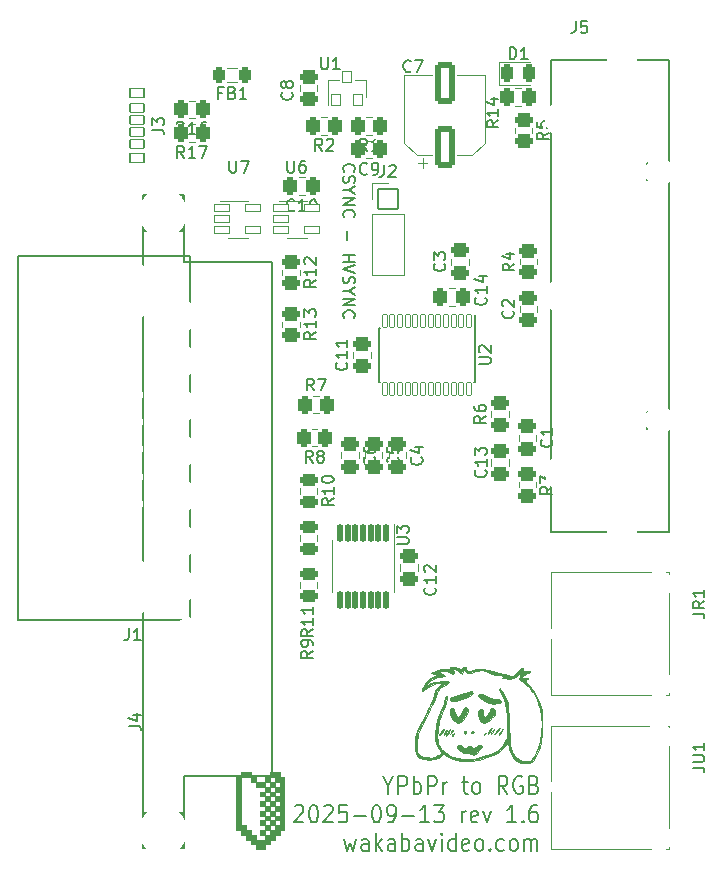
<source format=gbr>
%TF.GenerationSoftware,KiCad,Pcbnew,9.0.1*%
%TF.CreationDate,2025-09-13T03:02:15+12:00*%
%TF.ProjectId,comprgb,636f6d70-7267-4622-9e6b-696361645f70,rev?*%
%TF.SameCoordinates,Original*%
%TF.FileFunction,Legend,Top*%
%TF.FilePolarity,Positive*%
%FSLAX46Y46*%
G04 Gerber Fmt 4.6, Leading zero omitted, Abs format (unit mm)*
G04 Created by KiCad (PCBNEW 9.0.1) date 2025-09-13 03:02:15*
%MOMM*%
%LPD*%
G01*
G04 APERTURE LIST*
G04 Aperture macros list*
%AMRoundRect*
0 Rectangle with rounded corners*
0 $1 Rounding radius*
0 $2 $3 $4 $5 $6 $7 $8 $9 X,Y pos of 4 corners*
0 Add a 4 corners polygon primitive as box body*
4,1,4,$2,$3,$4,$5,$6,$7,$8,$9,$2,$3,0*
0 Add four circle primitives for the rounded corners*
1,1,$1+$1,$2,$3*
1,1,$1+$1,$4,$5*
1,1,$1+$1,$6,$7*
1,1,$1+$1,$8,$9*
0 Add four rect primitives between the rounded corners*
20,1,$1+$1,$2,$3,$4,$5,0*
20,1,$1+$1,$4,$5,$6,$7,0*
20,1,$1+$1,$6,$7,$8,$9,0*
20,1,$1+$1,$8,$9,$2,$3,0*%
G04 Aperture macros list end*
%ADD10C,0.150000*%
%ADD11C,0.200000*%
%ADD12C,0.120000*%
%ADD13C,0.010000*%
%ADD14C,2.200000*%
%ADD15O,2.500000X2.500000*%
%ADD16C,2.300000*%
%ADD17C,2.000000*%
%ADD18O,4.000000X3.000000*%
%ADD19O,3.000000X4.000000*%
%ADD20C,1.600000*%
%ADD21C,4.500000*%
%ADD22RoundRect,0.275500X-0.500500X0.275500X-0.500500X-0.275500X0.500500X-0.275500X0.500500X0.275500X0*%
%ADD23RoundRect,0.275500X0.500500X-0.275500X0.500500X0.275500X-0.500500X0.275500X-0.500500X-0.275500X0*%
%ADD24RoundRect,0.274876X0.288624X0.476124X-0.288624X0.476124X-0.288624X-0.476124X0.288624X-0.476124X0*%
%ADD25RoundRect,0.274876X0.476124X-0.288624X0.476124X0.288624X-0.476124X0.288624X-0.476124X-0.288624X0*%
%ADD26RoundRect,0.274876X-0.476124X0.288624X-0.476124X-0.288624X0.476124X-0.288624X0.476124X0.288624X0*%
%ADD27RoundRect,0.269250X-0.481750X0.269250X-0.481750X-0.269250X0.481750X-0.269250X0.481750X0.269250X0*%
%ADD28RoundRect,0.051000X0.400000X-0.450000X0.400000X0.450000X-0.400000X0.450000X-0.400000X-0.450000X0*%
%ADD29RoundRect,0.265938X0.585062X-1.535062X0.585062X1.535062X-0.585062X1.535062X-0.585062X-1.535062X0*%
%ADD30RoundRect,0.269250X0.481750X-0.269250X0.481750X0.269250X-0.481750X0.269250X-0.481750X-0.269250X0*%
%ADD31C,4.102000*%
%ADD32C,2.302000*%
%ADD33O,2.602000X2.602000*%
%ADD34C,2.402000*%
%ADD35C,2.102000*%
%ADD36O,4.102000X3.102000*%
%ADD37O,3.102000X4.102000*%
%ADD38RoundRect,0.275500X0.275500X0.500500X-0.275500X0.500500X-0.275500X-0.500500X0.275500X-0.500500X0*%
%ADD39RoundRect,0.051000X0.600000X-0.350000X0.600000X0.350000X-0.600000X0.350000X-0.600000X-0.350000X0*%
%ADD40RoundRect,0.051000X0.600000X-0.380000X0.600000X0.380000X-0.600000X0.380000X-0.600000X-0.380000X0*%
%ADD41RoundRect,0.051000X0.600000X-0.400000X0.600000X0.400000X-0.600000X0.400000X-0.600000X-0.400000X0*%
%ADD42O,1.802000X1.202000*%
%ADD43RoundRect,0.051000X-0.610000X-0.325000X0.610000X-0.325000X0.610000X0.325000X-0.610000X0.325000X0*%
%ADD44C,1.702000*%
%ADD45C,4.602000*%
%ADD46O,3.102000X3.102000*%
%ADD47RoundRect,0.051000X-0.200000X0.550000X-0.200000X-0.550000X0.200000X-0.550000X0.200000X0.550000X0*%
%ADD48RoundRect,0.051000X-0.850000X-0.850000X0.850000X-0.850000X0.850000X0.850000X-0.850000X0.850000X0*%
%ADD49O,1.802000X1.802000*%
%ADD50RoundRect,0.274876X-0.288624X-0.476124X0.288624X-0.476124X0.288624X0.476124X-0.288624X0.476124X0*%
%ADD51RoundRect,0.244250X0.244250X0.406750X-0.244250X0.406750X-0.244250X-0.406750X0.244250X-0.406750X0*%
%ADD52RoundRect,0.275500X-0.275500X-0.500500X0.275500X-0.500500X0.275500X0.500500X-0.275500X0.500500X0*%
%ADD53RoundRect,0.274877X-0.476123X0.288623X-0.476123X-0.288623X0.476123X-0.288623X0.476123X0.288623X0*%
%ADD54RoundRect,0.269250X-0.269250X-0.481750X0.269250X-0.481750X0.269250X0.481750X-0.269250X0.481750X0*%
%ADD55RoundRect,0.274878X-0.288622X-0.476122X0.288622X-0.476122X0.288622X0.476122X-0.288622X0.476122X0*%
%ADD56RoundRect,0.125500X-0.125500X0.663000X-0.125500X-0.663000X0.125500X-0.663000X0.125500X0.663000X0*%
G04 APERTURE END LIST*
D10*
X-32509581Y23530953D02*
X-32557200Y23578572D01*
X-32557200Y23578572D02*
X-32604820Y23721429D01*
X-32604820Y23721429D02*
X-32604820Y23816667D01*
X-32604820Y23816667D02*
X-32557200Y23959524D01*
X-32557200Y23959524D02*
X-32461962Y24054762D01*
X-32461962Y24054762D02*
X-32366724Y24102381D01*
X-32366724Y24102381D02*
X-32176248Y24150000D01*
X-32176248Y24150000D02*
X-32033391Y24150000D01*
X-32033391Y24150000D02*
X-31842915Y24102381D01*
X-31842915Y24102381D02*
X-31747677Y24054762D01*
X-31747677Y24054762D02*
X-31652439Y23959524D01*
X-31652439Y23959524D02*
X-31604820Y23816667D01*
X-31604820Y23816667D02*
X-31604820Y23721429D01*
X-31604820Y23721429D02*
X-31652439Y23578572D01*
X-31652439Y23578572D02*
X-31700058Y23530953D01*
X-32557200Y23150000D02*
X-32604820Y23007143D01*
X-32604820Y23007143D02*
X-32604820Y22769048D01*
X-32604820Y22769048D02*
X-32557200Y22673810D01*
X-32557200Y22673810D02*
X-32509581Y22626191D01*
X-32509581Y22626191D02*
X-32414343Y22578572D01*
X-32414343Y22578572D02*
X-32319105Y22578572D01*
X-32319105Y22578572D02*
X-32223867Y22626191D01*
X-32223867Y22626191D02*
X-32176248Y22673810D01*
X-32176248Y22673810D02*
X-32128629Y22769048D01*
X-32128629Y22769048D02*
X-32081010Y22959524D01*
X-32081010Y22959524D02*
X-32033391Y23054762D01*
X-32033391Y23054762D02*
X-31985772Y23102381D01*
X-31985772Y23102381D02*
X-31890534Y23150000D01*
X-31890534Y23150000D02*
X-31795296Y23150000D01*
X-31795296Y23150000D02*
X-31700058Y23102381D01*
X-31700058Y23102381D02*
X-31652439Y23054762D01*
X-31652439Y23054762D02*
X-31604820Y22959524D01*
X-31604820Y22959524D02*
X-31604820Y22721429D01*
X-31604820Y22721429D02*
X-31652439Y22578572D01*
X-32128629Y21959524D02*
X-32604820Y21959524D01*
X-31604820Y22292857D02*
X-32128629Y21959524D01*
X-32128629Y21959524D02*
X-31604820Y21626191D01*
X-32604820Y21292857D02*
X-31604820Y21292857D01*
X-31604820Y21292857D02*
X-32604820Y20721429D01*
X-32604820Y20721429D02*
X-31604820Y20721429D01*
X-32509581Y19673810D02*
X-32557200Y19721429D01*
X-32557200Y19721429D02*
X-32604820Y19864286D01*
X-32604820Y19864286D02*
X-32604820Y19959524D01*
X-32604820Y19959524D02*
X-32557200Y20102381D01*
X-32557200Y20102381D02*
X-32461962Y20197619D01*
X-32461962Y20197619D02*
X-32366724Y20245238D01*
X-32366724Y20245238D02*
X-32176248Y20292857D01*
X-32176248Y20292857D02*
X-32033391Y20292857D01*
X-32033391Y20292857D02*
X-31842915Y20245238D01*
X-31842915Y20245238D02*
X-31747677Y20197619D01*
X-31747677Y20197619D02*
X-31652439Y20102381D01*
X-31652439Y20102381D02*
X-31604820Y19959524D01*
X-31604820Y19959524D02*
X-31604820Y19864286D01*
X-31604820Y19864286D02*
X-31652439Y19721429D01*
X-31652439Y19721429D02*
X-31700058Y19673810D01*
X-32223867Y18483333D02*
X-32223867Y17721428D01*
X-32604820Y16483333D02*
X-31604820Y16483333D01*
X-32081010Y16483333D02*
X-32081010Y15911905D01*
X-32604820Y15911905D02*
X-31604820Y15911905D01*
X-31604820Y15578571D02*
X-32604820Y15245238D01*
X-32604820Y15245238D02*
X-31604820Y14911905D01*
X-32557200Y14626190D02*
X-32604820Y14483333D01*
X-32604820Y14483333D02*
X-32604820Y14245238D01*
X-32604820Y14245238D02*
X-32557200Y14150000D01*
X-32557200Y14150000D02*
X-32509581Y14102381D01*
X-32509581Y14102381D02*
X-32414343Y14054762D01*
X-32414343Y14054762D02*
X-32319105Y14054762D01*
X-32319105Y14054762D02*
X-32223867Y14102381D01*
X-32223867Y14102381D02*
X-32176248Y14150000D01*
X-32176248Y14150000D02*
X-32128629Y14245238D01*
X-32128629Y14245238D02*
X-32081010Y14435714D01*
X-32081010Y14435714D02*
X-32033391Y14530952D01*
X-32033391Y14530952D02*
X-31985772Y14578571D01*
X-31985772Y14578571D02*
X-31890534Y14626190D01*
X-31890534Y14626190D02*
X-31795296Y14626190D01*
X-31795296Y14626190D02*
X-31700058Y14578571D01*
X-31700058Y14578571D02*
X-31652439Y14530952D01*
X-31652439Y14530952D02*
X-31604820Y14435714D01*
X-31604820Y14435714D02*
X-31604820Y14197619D01*
X-31604820Y14197619D02*
X-31652439Y14054762D01*
X-32128629Y13435714D02*
X-32604820Y13435714D01*
X-31604820Y13769047D02*
X-32128629Y13435714D01*
X-32128629Y13435714D02*
X-31604820Y13102381D01*
X-32604820Y12769047D02*
X-31604820Y12769047D01*
X-31604820Y12769047D02*
X-32604820Y12197619D01*
X-32604820Y12197619D02*
X-31604820Y12197619D01*
X-32509581Y11150000D02*
X-32557200Y11197619D01*
X-32557200Y11197619D02*
X-32604820Y11340476D01*
X-32604820Y11340476D02*
X-32604820Y11435714D01*
X-32604820Y11435714D02*
X-32557200Y11578571D01*
X-32557200Y11578571D02*
X-32461962Y11673809D01*
X-32461962Y11673809D02*
X-32366724Y11721428D01*
X-32366724Y11721428D02*
X-32176248Y11769047D01*
X-32176248Y11769047D02*
X-32033391Y11769047D01*
X-32033391Y11769047D02*
X-31842915Y11721428D01*
X-31842915Y11721428D02*
X-31747677Y11673809D01*
X-31747677Y11673809D02*
X-31652439Y11578571D01*
X-31652439Y11578571D02*
X-31604820Y11435714D01*
X-31604820Y11435714D02*
X-31604820Y11340476D01*
X-31604820Y11340476D02*
X-31652439Y11197619D01*
X-31652439Y11197619D02*
X-31700058Y11150000D01*
D11*
X-28769673Y-28454326D02*
X-28769673Y-29168612D01*
X-29203006Y-27668612D02*
X-28769673Y-28454326D01*
X-28769673Y-28454326D02*
X-28336339Y-27668612D01*
X-27903006Y-29168612D02*
X-27903006Y-27668612D01*
X-27903006Y-27668612D02*
X-27407768Y-27668612D01*
X-27407768Y-27668612D02*
X-27283958Y-27740041D01*
X-27283958Y-27740041D02*
X-27222053Y-27811469D01*
X-27222053Y-27811469D02*
X-27160149Y-27954326D01*
X-27160149Y-27954326D02*
X-27160149Y-28168612D01*
X-27160149Y-28168612D02*
X-27222053Y-28311469D01*
X-27222053Y-28311469D02*
X-27283958Y-28382898D01*
X-27283958Y-28382898D02*
X-27407768Y-28454326D01*
X-27407768Y-28454326D02*
X-27903006Y-28454326D01*
X-26603006Y-29168612D02*
X-26603006Y-27668612D01*
X-26603006Y-28240041D02*
X-26479196Y-28168612D01*
X-26479196Y-28168612D02*
X-26231577Y-28168612D01*
X-26231577Y-28168612D02*
X-26107768Y-28240041D01*
X-26107768Y-28240041D02*
X-26045863Y-28311469D01*
X-26045863Y-28311469D02*
X-25983958Y-28454326D01*
X-25983958Y-28454326D02*
X-25983958Y-28882898D01*
X-25983958Y-28882898D02*
X-26045863Y-29025755D01*
X-26045863Y-29025755D02*
X-26107768Y-29097184D01*
X-26107768Y-29097184D02*
X-26231577Y-29168612D01*
X-26231577Y-29168612D02*
X-26479196Y-29168612D01*
X-26479196Y-29168612D02*
X-26603006Y-29097184D01*
X-25426816Y-29168612D02*
X-25426816Y-27668612D01*
X-25426816Y-27668612D02*
X-24931578Y-27668612D01*
X-24931578Y-27668612D02*
X-24807768Y-27740041D01*
X-24807768Y-27740041D02*
X-24745863Y-27811469D01*
X-24745863Y-27811469D02*
X-24683959Y-27954326D01*
X-24683959Y-27954326D02*
X-24683959Y-28168612D01*
X-24683959Y-28168612D02*
X-24745863Y-28311469D01*
X-24745863Y-28311469D02*
X-24807768Y-28382898D01*
X-24807768Y-28382898D02*
X-24931578Y-28454326D01*
X-24931578Y-28454326D02*
X-25426816Y-28454326D01*
X-24126816Y-29168612D02*
X-24126816Y-28168612D01*
X-24126816Y-28454326D02*
X-24064911Y-28311469D01*
X-24064911Y-28311469D02*
X-24003006Y-28240041D01*
X-24003006Y-28240041D02*
X-23879197Y-28168612D01*
X-23879197Y-28168612D02*
X-23755387Y-28168612D01*
X-22517292Y-28168612D02*
X-22022054Y-28168612D01*
X-22331578Y-27668612D02*
X-22331578Y-28954326D01*
X-22331578Y-28954326D02*
X-22269673Y-29097184D01*
X-22269673Y-29097184D02*
X-22145863Y-29168612D01*
X-22145863Y-29168612D02*
X-22022054Y-29168612D01*
X-21403006Y-29168612D02*
X-21526816Y-29097184D01*
X-21526816Y-29097184D02*
X-21588721Y-29025755D01*
X-21588721Y-29025755D02*
X-21650625Y-28882898D01*
X-21650625Y-28882898D02*
X-21650625Y-28454326D01*
X-21650625Y-28454326D02*
X-21588721Y-28311469D01*
X-21588721Y-28311469D02*
X-21526816Y-28240041D01*
X-21526816Y-28240041D02*
X-21403006Y-28168612D01*
X-21403006Y-28168612D02*
X-21217292Y-28168612D01*
X-21217292Y-28168612D02*
X-21093483Y-28240041D01*
X-21093483Y-28240041D02*
X-21031578Y-28311469D01*
X-21031578Y-28311469D02*
X-20969673Y-28454326D01*
X-20969673Y-28454326D02*
X-20969673Y-28882898D01*
X-20969673Y-28882898D02*
X-21031578Y-29025755D01*
X-21031578Y-29025755D02*
X-21093483Y-29097184D01*
X-21093483Y-29097184D02*
X-21217292Y-29168612D01*
X-21217292Y-29168612D02*
X-21403006Y-29168612D01*
X-18679198Y-29168612D02*
X-19112531Y-28454326D01*
X-19422055Y-29168612D02*
X-19422055Y-27668612D01*
X-19422055Y-27668612D02*
X-18926817Y-27668612D01*
X-18926817Y-27668612D02*
X-18803007Y-27740041D01*
X-18803007Y-27740041D02*
X-18741102Y-27811469D01*
X-18741102Y-27811469D02*
X-18679198Y-27954326D01*
X-18679198Y-27954326D02*
X-18679198Y-28168612D01*
X-18679198Y-28168612D02*
X-18741102Y-28311469D01*
X-18741102Y-28311469D02*
X-18803007Y-28382898D01*
X-18803007Y-28382898D02*
X-18926817Y-28454326D01*
X-18926817Y-28454326D02*
X-19422055Y-28454326D01*
X-17441102Y-27740041D02*
X-17564912Y-27668612D01*
X-17564912Y-27668612D02*
X-17750626Y-27668612D01*
X-17750626Y-27668612D02*
X-17936340Y-27740041D01*
X-17936340Y-27740041D02*
X-18060150Y-27882898D01*
X-18060150Y-27882898D02*
X-18122055Y-28025755D01*
X-18122055Y-28025755D02*
X-18183959Y-28311469D01*
X-18183959Y-28311469D02*
X-18183959Y-28525755D01*
X-18183959Y-28525755D02*
X-18122055Y-28811469D01*
X-18122055Y-28811469D02*
X-18060150Y-28954326D01*
X-18060150Y-28954326D02*
X-17936340Y-29097184D01*
X-17936340Y-29097184D02*
X-17750626Y-29168612D01*
X-17750626Y-29168612D02*
X-17626817Y-29168612D01*
X-17626817Y-29168612D02*
X-17441102Y-29097184D01*
X-17441102Y-29097184D02*
X-17379198Y-29025755D01*
X-17379198Y-29025755D02*
X-17379198Y-28525755D01*
X-17379198Y-28525755D02*
X-17626817Y-28525755D01*
X-16388721Y-28382898D02*
X-16203007Y-28454326D01*
X-16203007Y-28454326D02*
X-16141102Y-28525755D01*
X-16141102Y-28525755D02*
X-16079198Y-28668612D01*
X-16079198Y-28668612D02*
X-16079198Y-28882898D01*
X-16079198Y-28882898D02*
X-16141102Y-29025755D01*
X-16141102Y-29025755D02*
X-16203007Y-29097184D01*
X-16203007Y-29097184D02*
X-16326817Y-29168612D01*
X-16326817Y-29168612D02*
X-16822055Y-29168612D01*
X-16822055Y-29168612D02*
X-16822055Y-27668612D01*
X-16822055Y-27668612D02*
X-16388721Y-27668612D01*
X-16388721Y-27668612D02*
X-16264912Y-27740041D01*
X-16264912Y-27740041D02*
X-16203007Y-27811469D01*
X-16203007Y-27811469D02*
X-16141102Y-27954326D01*
X-16141102Y-27954326D02*
X-16141102Y-28097184D01*
X-16141102Y-28097184D02*
X-16203007Y-28240041D01*
X-16203007Y-28240041D02*
X-16264912Y-28311469D01*
X-16264912Y-28311469D02*
X-16388721Y-28382898D01*
X-16388721Y-28382898D02*
X-16822055Y-28382898D01*
X-36693481Y-30226385D02*
X-36631577Y-30154957D01*
X-36631577Y-30154957D02*
X-36507767Y-30083528D01*
X-36507767Y-30083528D02*
X-36198243Y-30083528D01*
X-36198243Y-30083528D02*
X-36074434Y-30154957D01*
X-36074434Y-30154957D02*
X-36012529Y-30226385D01*
X-36012529Y-30226385D02*
X-35950624Y-30369242D01*
X-35950624Y-30369242D02*
X-35950624Y-30512100D01*
X-35950624Y-30512100D02*
X-36012529Y-30726385D01*
X-36012529Y-30726385D02*
X-36755386Y-31583528D01*
X-36755386Y-31583528D02*
X-35950624Y-31583528D01*
X-35145863Y-30083528D02*
X-35022053Y-30083528D01*
X-35022053Y-30083528D02*
X-34898244Y-30154957D01*
X-34898244Y-30154957D02*
X-34836339Y-30226385D01*
X-34836339Y-30226385D02*
X-34774434Y-30369242D01*
X-34774434Y-30369242D02*
X-34712529Y-30654957D01*
X-34712529Y-30654957D02*
X-34712529Y-31012100D01*
X-34712529Y-31012100D02*
X-34774434Y-31297814D01*
X-34774434Y-31297814D02*
X-34836339Y-31440671D01*
X-34836339Y-31440671D02*
X-34898244Y-31512100D01*
X-34898244Y-31512100D02*
X-35022053Y-31583528D01*
X-35022053Y-31583528D02*
X-35145863Y-31583528D01*
X-35145863Y-31583528D02*
X-35269672Y-31512100D01*
X-35269672Y-31512100D02*
X-35331577Y-31440671D01*
X-35331577Y-31440671D02*
X-35393482Y-31297814D01*
X-35393482Y-31297814D02*
X-35455386Y-31012100D01*
X-35455386Y-31012100D02*
X-35455386Y-30654957D01*
X-35455386Y-30654957D02*
X-35393482Y-30369242D01*
X-35393482Y-30369242D02*
X-35331577Y-30226385D01*
X-35331577Y-30226385D02*
X-35269672Y-30154957D01*
X-35269672Y-30154957D02*
X-35145863Y-30083528D01*
X-34217291Y-30226385D02*
X-34155387Y-30154957D01*
X-34155387Y-30154957D02*
X-34031577Y-30083528D01*
X-34031577Y-30083528D02*
X-33722053Y-30083528D01*
X-33722053Y-30083528D02*
X-33598244Y-30154957D01*
X-33598244Y-30154957D02*
X-33536339Y-30226385D01*
X-33536339Y-30226385D02*
X-33474434Y-30369242D01*
X-33474434Y-30369242D02*
X-33474434Y-30512100D01*
X-33474434Y-30512100D02*
X-33536339Y-30726385D01*
X-33536339Y-30726385D02*
X-34279196Y-31583528D01*
X-34279196Y-31583528D02*
X-33474434Y-31583528D01*
X-32298244Y-30083528D02*
X-32917292Y-30083528D01*
X-32917292Y-30083528D02*
X-32979196Y-30797814D01*
X-32979196Y-30797814D02*
X-32917292Y-30726385D01*
X-32917292Y-30726385D02*
X-32793482Y-30654957D01*
X-32793482Y-30654957D02*
X-32483958Y-30654957D01*
X-32483958Y-30654957D02*
X-32360149Y-30726385D01*
X-32360149Y-30726385D02*
X-32298244Y-30797814D01*
X-32298244Y-30797814D02*
X-32236339Y-30940671D01*
X-32236339Y-30940671D02*
X-32236339Y-31297814D01*
X-32236339Y-31297814D02*
X-32298244Y-31440671D01*
X-32298244Y-31440671D02*
X-32360149Y-31512100D01*
X-32360149Y-31512100D02*
X-32483958Y-31583528D01*
X-32483958Y-31583528D02*
X-32793482Y-31583528D01*
X-32793482Y-31583528D02*
X-32917292Y-31512100D01*
X-32917292Y-31512100D02*
X-32979196Y-31440671D01*
X-31679197Y-31012100D02*
X-30688720Y-31012100D01*
X-29822054Y-30083528D02*
X-29698244Y-30083528D01*
X-29698244Y-30083528D02*
X-29574435Y-30154957D01*
X-29574435Y-30154957D02*
X-29512530Y-30226385D01*
X-29512530Y-30226385D02*
X-29450625Y-30369242D01*
X-29450625Y-30369242D02*
X-29388720Y-30654957D01*
X-29388720Y-30654957D02*
X-29388720Y-31012100D01*
X-29388720Y-31012100D02*
X-29450625Y-31297814D01*
X-29450625Y-31297814D02*
X-29512530Y-31440671D01*
X-29512530Y-31440671D02*
X-29574435Y-31512100D01*
X-29574435Y-31512100D02*
X-29698244Y-31583528D01*
X-29698244Y-31583528D02*
X-29822054Y-31583528D01*
X-29822054Y-31583528D02*
X-29945863Y-31512100D01*
X-29945863Y-31512100D02*
X-30007768Y-31440671D01*
X-30007768Y-31440671D02*
X-30069673Y-31297814D01*
X-30069673Y-31297814D02*
X-30131577Y-31012100D01*
X-30131577Y-31012100D02*
X-30131577Y-30654957D01*
X-30131577Y-30654957D02*
X-30069673Y-30369242D01*
X-30069673Y-30369242D02*
X-30007768Y-30226385D01*
X-30007768Y-30226385D02*
X-29945863Y-30154957D01*
X-29945863Y-30154957D02*
X-29822054Y-30083528D01*
X-28769673Y-31583528D02*
X-28522054Y-31583528D01*
X-28522054Y-31583528D02*
X-28398244Y-31512100D01*
X-28398244Y-31512100D02*
X-28336340Y-31440671D01*
X-28336340Y-31440671D02*
X-28212530Y-31226385D01*
X-28212530Y-31226385D02*
X-28150625Y-30940671D01*
X-28150625Y-30940671D02*
X-28150625Y-30369242D01*
X-28150625Y-30369242D02*
X-28212530Y-30226385D01*
X-28212530Y-30226385D02*
X-28274435Y-30154957D01*
X-28274435Y-30154957D02*
X-28398244Y-30083528D01*
X-28398244Y-30083528D02*
X-28645863Y-30083528D01*
X-28645863Y-30083528D02*
X-28769673Y-30154957D01*
X-28769673Y-30154957D02*
X-28831578Y-30226385D01*
X-28831578Y-30226385D02*
X-28893482Y-30369242D01*
X-28893482Y-30369242D02*
X-28893482Y-30726385D01*
X-28893482Y-30726385D02*
X-28831578Y-30869242D01*
X-28831578Y-30869242D02*
X-28769673Y-30940671D01*
X-28769673Y-30940671D02*
X-28645863Y-31012100D01*
X-28645863Y-31012100D02*
X-28398244Y-31012100D01*
X-28398244Y-31012100D02*
X-28274435Y-30940671D01*
X-28274435Y-30940671D02*
X-28212530Y-30869242D01*
X-28212530Y-30869242D02*
X-28150625Y-30726385D01*
X-27593483Y-31012100D02*
X-26603006Y-31012100D01*
X-25303006Y-31583528D02*
X-26045863Y-31583528D01*
X-25674435Y-31583528D02*
X-25674435Y-30083528D01*
X-25674435Y-30083528D02*
X-25798244Y-30297814D01*
X-25798244Y-30297814D02*
X-25922054Y-30440671D01*
X-25922054Y-30440671D02*
X-26045863Y-30512100D01*
X-24869673Y-30083528D02*
X-24064911Y-30083528D01*
X-24064911Y-30083528D02*
X-24498245Y-30654957D01*
X-24498245Y-30654957D02*
X-24312530Y-30654957D01*
X-24312530Y-30654957D02*
X-24188721Y-30726385D01*
X-24188721Y-30726385D02*
X-24126816Y-30797814D01*
X-24126816Y-30797814D02*
X-24064911Y-30940671D01*
X-24064911Y-30940671D02*
X-24064911Y-31297814D01*
X-24064911Y-31297814D02*
X-24126816Y-31440671D01*
X-24126816Y-31440671D02*
X-24188721Y-31512100D01*
X-24188721Y-31512100D02*
X-24312530Y-31583528D01*
X-24312530Y-31583528D02*
X-24683959Y-31583528D01*
X-24683959Y-31583528D02*
X-24807768Y-31512100D01*
X-24807768Y-31512100D02*
X-24869673Y-31440671D01*
X-22517293Y-31583528D02*
X-22517293Y-30583528D01*
X-22517293Y-30869242D02*
X-22455388Y-30726385D01*
X-22455388Y-30726385D02*
X-22393483Y-30654957D01*
X-22393483Y-30654957D02*
X-22269674Y-30583528D01*
X-22269674Y-30583528D02*
X-22145864Y-30583528D01*
X-21217293Y-31512100D02*
X-21341102Y-31583528D01*
X-21341102Y-31583528D02*
X-21588721Y-31583528D01*
X-21588721Y-31583528D02*
X-21712531Y-31512100D01*
X-21712531Y-31512100D02*
X-21774435Y-31369242D01*
X-21774435Y-31369242D02*
X-21774435Y-30797814D01*
X-21774435Y-30797814D02*
X-21712531Y-30654957D01*
X-21712531Y-30654957D02*
X-21588721Y-30583528D01*
X-21588721Y-30583528D02*
X-21341102Y-30583528D01*
X-21341102Y-30583528D02*
X-21217293Y-30654957D01*
X-21217293Y-30654957D02*
X-21155388Y-30797814D01*
X-21155388Y-30797814D02*
X-21155388Y-30940671D01*
X-21155388Y-30940671D02*
X-21774435Y-31083528D01*
X-20722054Y-30583528D02*
X-20412530Y-31583528D01*
X-20412530Y-31583528D02*
X-20103007Y-30583528D01*
X-17936340Y-31583528D02*
X-18679197Y-31583528D01*
X-18307769Y-31583528D02*
X-18307769Y-30083528D01*
X-18307769Y-30083528D02*
X-18431578Y-30297814D01*
X-18431578Y-30297814D02*
X-18555388Y-30440671D01*
X-18555388Y-30440671D02*
X-18679197Y-30512100D01*
X-17379198Y-31440671D02*
X-17317293Y-31512100D01*
X-17317293Y-31512100D02*
X-17379198Y-31583528D01*
X-17379198Y-31583528D02*
X-17441102Y-31512100D01*
X-17441102Y-31512100D02*
X-17379198Y-31440671D01*
X-17379198Y-31440671D02*
X-17379198Y-31583528D01*
X-16203007Y-30083528D02*
X-16450626Y-30083528D01*
X-16450626Y-30083528D02*
X-16574435Y-30154957D01*
X-16574435Y-30154957D02*
X-16636340Y-30226385D01*
X-16636340Y-30226385D02*
X-16760150Y-30440671D01*
X-16760150Y-30440671D02*
X-16822054Y-30726385D01*
X-16822054Y-30726385D02*
X-16822054Y-31297814D01*
X-16822054Y-31297814D02*
X-16760150Y-31440671D01*
X-16760150Y-31440671D02*
X-16698245Y-31512100D01*
X-16698245Y-31512100D02*
X-16574435Y-31583528D01*
X-16574435Y-31583528D02*
X-16326816Y-31583528D01*
X-16326816Y-31583528D02*
X-16203007Y-31512100D01*
X-16203007Y-31512100D02*
X-16141102Y-31440671D01*
X-16141102Y-31440671D02*
X-16079197Y-31297814D01*
X-16079197Y-31297814D02*
X-16079197Y-30940671D01*
X-16079197Y-30940671D02*
X-16141102Y-30797814D01*
X-16141102Y-30797814D02*
X-16203007Y-30726385D01*
X-16203007Y-30726385D02*
X-16326816Y-30654957D01*
X-16326816Y-30654957D02*
X-16574435Y-30654957D01*
X-16574435Y-30654957D02*
X-16698245Y-30726385D01*
X-16698245Y-30726385D02*
X-16760150Y-30797814D01*
X-16760150Y-30797814D02*
X-16822054Y-30940671D01*
X-32483957Y-32998444D02*
X-32236338Y-33998444D01*
X-32236338Y-33998444D02*
X-31988719Y-33284158D01*
X-31988719Y-33284158D02*
X-31741100Y-33998444D01*
X-31741100Y-33998444D02*
X-31493481Y-32998444D01*
X-30441100Y-33998444D02*
X-30441100Y-33212730D01*
X-30441100Y-33212730D02*
X-30503005Y-33069873D01*
X-30503005Y-33069873D02*
X-30626814Y-32998444D01*
X-30626814Y-32998444D02*
X-30874433Y-32998444D01*
X-30874433Y-32998444D02*
X-30998243Y-33069873D01*
X-30441100Y-33927016D02*
X-30564909Y-33998444D01*
X-30564909Y-33998444D02*
X-30874433Y-33998444D01*
X-30874433Y-33998444D02*
X-30998243Y-33927016D01*
X-30998243Y-33927016D02*
X-31060147Y-33784158D01*
X-31060147Y-33784158D02*
X-31060147Y-33641301D01*
X-31060147Y-33641301D02*
X-30998243Y-33498444D01*
X-30998243Y-33498444D02*
X-30874433Y-33427016D01*
X-30874433Y-33427016D02*
X-30564909Y-33427016D01*
X-30564909Y-33427016D02*
X-30441100Y-33355587D01*
X-29822053Y-33998444D02*
X-29822053Y-32498444D01*
X-29698243Y-33427016D02*
X-29326815Y-33998444D01*
X-29326815Y-32998444D02*
X-29822053Y-33569873D01*
X-28212529Y-33998444D02*
X-28212529Y-33212730D01*
X-28212529Y-33212730D02*
X-28274434Y-33069873D01*
X-28274434Y-33069873D02*
X-28398243Y-32998444D01*
X-28398243Y-32998444D02*
X-28645862Y-32998444D01*
X-28645862Y-32998444D02*
X-28769672Y-33069873D01*
X-28212529Y-33927016D02*
X-28336338Y-33998444D01*
X-28336338Y-33998444D02*
X-28645862Y-33998444D01*
X-28645862Y-33998444D02*
X-28769672Y-33927016D01*
X-28769672Y-33927016D02*
X-28831576Y-33784158D01*
X-28831576Y-33784158D02*
X-28831576Y-33641301D01*
X-28831576Y-33641301D02*
X-28769672Y-33498444D01*
X-28769672Y-33498444D02*
X-28645862Y-33427016D01*
X-28645862Y-33427016D02*
X-28336338Y-33427016D01*
X-28336338Y-33427016D02*
X-28212529Y-33355587D01*
X-27593482Y-33998444D02*
X-27593482Y-32498444D01*
X-27593482Y-33069873D02*
X-27469672Y-32998444D01*
X-27469672Y-32998444D02*
X-27222053Y-32998444D01*
X-27222053Y-32998444D02*
X-27098244Y-33069873D01*
X-27098244Y-33069873D02*
X-27036339Y-33141301D01*
X-27036339Y-33141301D02*
X-26974434Y-33284158D01*
X-26974434Y-33284158D02*
X-26974434Y-33712730D01*
X-26974434Y-33712730D02*
X-27036339Y-33855587D01*
X-27036339Y-33855587D02*
X-27098244Y-33927016D01*
X-27098244Y-33927016D02*
X-27222053Y-33998444D01*
X-27222053Y-33998444D02*
X-27469672Y-33998444D01*
X-27469672Y-33998444D02*
X-27593482Y-33927016D01*
X-25860149Y-33998444D02*
X-25860149Y-33212730D01*
X-25860149Y-33212730D02*
X-25922054Y-33069873D01*
X-25922054Y-33069873D02*
X-26045863Y-32998444D01*
X-26045863Y-32998444D02*
X-26293482Y-32998444D01*
X-26293482Y-32998444D02*
X-26417292Y-33069873D01*
X-25860149Y-33927016D02*
X-25983958Y-33998444D01*
X-25983958Y-33998444D02*
X-26293482Y-33998444D01*
X-26293482Y-33998444D02*
X-26417292Y-33927016D01*
X-26417292Y-33927016D02*
X-26479196Y-33784158D01*
X-26479196Y-33784158D02*
X-26479196Y-33641301D01*
X-26479196Y-33641301D02*
X-26417292Y-33498444D01*
X-26417292Y-33498444D02*
X-26293482Y-33427016D01*
X-26293482Y-33427016D02*
X-25983958Y-33427016D01*
X-25983958Y-33427016D02*
X-25860149Y-33355587D01*
X-25364911Y-32998444D02*
X-25055387Y-33998444D01*
X-25055387Y-33998444D02*
X-24745864Y-32998444D01*
X-24250626Y-33998444D02*
X-24250626Y-32998444D01*
X-24250626Y-32498444D02*
X-24312530Y-32569873D01*
X-24312530Y-32569873D02*
X-24250626Y-32641301D01*
X-24250626Y-32641301D02*
X-24188721Y-32569873D01*
X-24188721Y-32569873D02*
X-24250626Y-32498444D01*
X-24250626Y-32498444D02*
X-24250626Y-32641301D01*
X-23074435Y-33998444D02*
X-23074435Y-32498444D01*
X-23074435Y-33927016D02*
X-23198244Y-33998444D01*
X-23198244Y-33998444D02*
X-23445863Y-33998444D01*
X-23445863Y-33998444D02*
X-23569673Y-33927016D01*
X-23569673Y-33927016D02*
X-23631578Y-33855587D01*
X-23631578Y-33855587D02*
X-23693482Y-33712730D01*
X-23693482Y-33712730D02*
X-23693482Y-33284158D01*
X-23693482Y-33284158D02*
X-23631578Y-33141301D01*
X-23631578Y-33141301D02*
X-23569673Y-33069873D01*
X-23569673Y-33069873D02*
X-23445863Y-32998444D01*
X-23445863Y-32998444D02*
X-23198244Y-32998444D01*
X-23198244Y-32998444D02*
X-23074435Y-33069873D01*
X-21960150Y-33927016D02*
X-22083959Y-33998444D01*
X-22083959Y-33998444D02*
X-22331578Y-33998444D01*
X-22331578Y-33998444D02*
X-22455388Y-33927016D01*
X-22455388Y-33927016D02*
X-22517292Y-33784158D01*
X-22517292Y-33784158D02*
X-22517292Y-33212730D01*
X-22517292Y-33212730D02*
X-22455388Y-33069873D01*
X-22455388Y-33069873D02*
X-22331578Y-32998444D01*
X-22331578Y-32998444D02*
X-22083959Y-32998444D01*
X-22083959Y-32998444D02*
X-21960150Y-33069873D01*
X-21960150Y-33069873D02*
X-21898245Y-33212730D01*
X-21898245Y-33212730D02*
X-21898245Y-33355587D01*
X-21898245Y-33355587D02*
X-22517292Y-33498444D01*
X-21155387Y-33998444D02*
X-21279197Y-33927016D01*
X-21279197Y-33927016D02*
X-21341102Y-33855587D01*
X-21341102Y-33855587D02*
X-21403006Y-33712730D01*
X-21403006Y-33712730D02*
X-21403006Y-33284158D01*
X-21403006Y-33284158D02*
X-21341102Y-33141301D01*
X-21341102Y-33141301D02*
X-21279197Y-33069873D01*
X-21279197Y-33069873D02*
X-21155387Y-32998444D01*
X-21155387Y-32998444D02*
X-20969673Y-32998444D01*
X-20969673Y-32998444D02*
X-20845864Y-33069873D01*
X-20845864Y-33069873D02*
X-20783959Y-33141301D01*
X-20783959Y-33141301D02*
X-20722054Y-33284158D01*
X-20722054Y-33284158D02*
X-20722054Y-33712730D01*
X-20722054Y-33712730D02*
X-20783959Y-33855587D01*
X-20783959Y-33855587D02*
X-20845864Y-33927016D01*
X-20845864Y-33927016D02*
X-20969673Y-33998444D01*
X-20969673Y-33998444D02*
X-21155387Y-33998444D01*
X-20164912Y-33855587D02*
X-20103007Y-33927016D01*
X-20103007Y-33927016D02*
X-20164912Y-33998444D01*
X-20164912Y-33998444D02*
X-20226816Y-33927016D01*
X-20226816Y-33927016D02*
X-20164912Y-33855587D01*
X-20164912Y-33855587D02*
X-20164912Y-33998444D01*
X-18988721Y-33927016D02*
X-19112530Y-33998444D01*
X-19112530Y-33998444D02*
X-19360149Y-33998444D01*
X-19360149Y-33998444D02*
X-19483959Y-33927016D01*
X-19483959Y-33927016D02*
X-19545864Y-33855587D01*
X-19545864Y-33855587D02*
X-19607768Y-33712730D01*
X-19607768Y-33712730D02*
X-19607768Y-33284158D01*
X-19607768Y-33284158D02*
X-19545864Y-33141301D01*
X-19545864Y-33141301D02*
X-19483959Y-33069873D01*
X-19483959Y-33069873D02*
X-19360149Y-32998444D01*
X-19360149Y-32998444D02*
X-19112530Y-32998444D01*
X-19112530Y-32998444D02*
X-18988721Y-33069873D01*
X-18245863Y-33998444D02*
X-18369673Y-33927016D01*
X-18369673Y-33927016D02*
X-18431578Y-33855587D01*
X-18431578Y-33855587D02*
X-18493482Y-33712730D01*
X-18493482Y-33712730D02*
X-18493482Y-33284158D01*
X-18493482Y-33284158D02*
X-18431578Y-33141301D01*
X-18431578Y-33141301D02*
X-18369673Y-33069873D01*
X-18369673Y-33069873D02*
X-18245863Y-32998444D01*
X-18245863Y-32998444D02*
X-18060149Y-32998444D01*
X-18060149Y-32998444D02*
X-17936340Y-33069873D01*
X-17936340Y-33069873D02*
X-17874435Y-33141301D01*
X-17874435Y-33141301D02*
X-17812530Y-33284158D01*
X-17812530Y-33284158D02*
X-17812530Y-33712730D01*
X-17812530Y-33712730D02*
X-17874435Y-33855587D01*
X-17874435Y-33855587D02*
X-17936340Y-33927016D01*
X-17936340Y-33927016D02*
X-18060149Y-33998444D01*
X-18060149Y-33998444D02*
X-18245863Y-33998444D01*
X-17255388Y-33998444D02*
X-17255388Y-32998444D01*
X-17255388Y-33141301D02*
X-17193483Y-33069873D01*
X-17193483Y-33069873D02*
X-17069673Y-32998444D01*
X-17069673Y-32998444D02*
X-16883959Y-32998444D01*
X-16883959Y-32998444D02*
X-16760150Y-33069873D01*
X-16760150Y-33069873D02*
X-16698245Y-33212730D01*
X-16698245Y-33212730D02*
X-16698245Y-33998444D01*
X-16698245Y-33212730D02*
X-16636340Y-33069873D01*
X-16636340Y-33069873D02*
X-16512531Y-32998444D01*
X-16512531Y-32998444D02*
X-16326816Y-32998444D01*
X-16326816Y-32998444D02*
X-16203007Y-33069873D01*
X-16203007Y-33069873D02*
X-16141102Y-33212730D01*
X-16141102Y-33212730D02*
X-16141102Y-33998444D01*
D10*
X-14960420Y833334D02*
X-14912800Y785715D01*
X-14912800Y785715D02*
X-14865181Y642858D01*
X-14865181Y642858D02*
X-14865181Y547620D01*
X-14865181Y547620D02*
X-14912800Y404763D01*
X-14912800Y404763D02*
X-15008039Y309525D01*
X-15008039Y309525D02*
X-15103277Y261906D01*
X-15103277Y261906D02*
X-15293753Y214287D01*
X-15293753Y214287D02*
X-15436610Y214287D01*
X-15436610Y214287D02*
X-15627086Y261906D01*
X-15627086Y261906D02*
X-15722324Y309525D01*
X-15722324Y309525D02*
X-15817562Y404763D01*
X-15817562Y404763D02*
X-15865181Y547620D01*
X-15865181Y547620D02*
X-15865181Y642858D01*
X-15865181Y642858D02*
X-15817562Y785715D01*
X-15817562Y785715D02*
X-15769943Y833334D01*
X-14865181Y1785715D02*
X-14865181Y1214287D01*
X-14865181Y1500001D02*
X-15865181Y1500001D01*
X-15865181Y1500001D02*
X-15722324Y1404763D01*
X-15722324Y1404763D02*
X-15627086Y1309525D01*
X-15627086Y1309525D02*
X-15579467Y1214287D01*
X-18220420Y11733334D02*
X-18172800Y11685715D01*
X-18172800Y11685715D02*
X-18125181Y11542858D01*
X-18125181Y11542858D02*
X-18125181Y11447620D01*
X-18125181Y11447620D02*
X-18172800Y11304763D01*
X-18172800Y11304763D02*
X-18268039Y11209525D01*
X-18268039Y11209525D02*
X-18363277Y11161906D01*
X-18363277Y11161906D02*
X-18553753Y11114287D01*
X-18553753Y11114287D02*
X-18696610Y11114287D01*
X-18696610Y11114287D02*
X-18887086Y11161906D01*
X-18887086Y11161906D02*
X-18982324Y11209525D01*
X-18982324Y11209525D02*
X-19077562Y11304763D01*
X-19077562Y11304763D02*
X-19125181Y11447620D01*
X-19125181Y11447620D02*
X-19125181Y11542858D01*
X-19125181Y11542858D02*
X-19077562Y11685715D01*
X-19077562Y11685715D02*
X-19029943Y11733334D01*
X-19029943Y12114287D02*
X-19077562Y12161906D01*
X-19077562Y12161906D02*
X-19125181Y12257144D01*
X-19125181Y12257144D02*
X-19125181Y12495239D01*
X-19125181Y12495239D02*
X-19077562Y12590477D01*
X-19077562Y12590477D02*
X-19029943Y12638096D01*
X-19029943Y12638096D02*
X-18934705Y12685715D01*
X-18934705Y12685715D02*
X-18839467Y12685715D01*
X-18839467Y12685715D02*
X-18696610Y12638096D01*
X-18696610Y12638096D02*
X-18125181Y12066668D01*
X-18125181Y12066668D02*
X-18125181Y12685715D01*
X-24020420Y15733334D02*
X-23972800Y15685715D01*
X-23972800Y15685715D02*
X-23925181Y15542858D01*
X-23925181Y15542858D02*
X-23925181Y15447620D01*
X-23925181Y15447620D02*
X-23972800Y15304763D01*
X-23972800Y15304763D02*
X-24068039Y15209525D01*
X-24068039Y15209525D02*
X-24163277Y15161906D01*
X-24163277Y15161906D02*
X-24353753Y15114287D01*
X-24353753Y15114287D02*
X-24496610Y15114287D01*
X-24496610Y15114287D02*
X-24687086Y15161906D01*
X-24687086Y15161906D02*
X-24782324Y15209525D01*
X-24782324Y15209525D02*
X-24877562Y15304763D01*
X-24877562Y15304763D02*
X-24925181Y15447620D01*
X-24925181Y15447620D02*
X-24925181Y15542858D01*
X-24925181Y15542858D02*
X-24877562Y15685715D01*
X-24877562Y15685715D02*
X-24829943Y15733334D01*
X-24925181Y16066668D02*
X-24925181Y16685715D01*
X-24925181Y16685715D02*
X-24544229Y16352382D01*
X-24544229Y16352382D02*
X-24544229Y16495239D01*
X-24544229Y16495239D02*
X-24496610Y16590477D01*
X-24496610Y16590477D02*
X-24448991Y16638096D01*
X-24448991Y16638096D02*
X-24353753Y16685715D01*
X-24353753Y16685715D02*
X-24115658Y16685715D01*
X-24115658Y16685715D02*
X-24020420Y16638096D01*
X-24020420Y16638096D02*
X-23972800Y16590477D01*
X-23972800Y16590477D02*
X-23925181Y16495239D01*
X-23925181Y16495239D02*
X-23925181Y16209525D01*
X-23925181Y16209525D02*
X-23972800Y16114287D01*
X-23972800Y16114287D02*
X-24020420Y16066668D01*
X-30566667Y25295181D02*
X-30900000Y25771372D01*
X-31138095Y25295181D02*
X-31138095Y26295181D01*
X-31138095Y26295181D02*
X-30757143Y26295181D01*
X-30757143Y26295181D02*
X-30661905Y26247562D01*
X-30661905Y26247562D02*
X-30614286Y26199943D01*
X-30614286Y26199943D02*
X-30566667Y26104705D01*
X-30566667Y26104705D02*
X-30566667Y25961848D01*
X-30566667Y25961848D02*
X-30614286Y25866610D01*
X-30614286Y25866610D02*
X-30661905Y25818991D01*
X-30661905Y25818991D02*
X-30757143Y25771372D01*
X-30757143Y25771372D02*
X-31138095Y25771372D01*
X-29614286Y25295181D02*
X-30185714Y25295181D01*
X-29900000Y25295181D02*
X-29900000Y26295181D01*
X-29900000Y26295181D02*
X-29995238Y26152324D01*
X-29995238Y26152324D02*
X-30090476Y26057086D01*
X-30090476Y26057086D02*
X-30185714Y26009467D01*
X-34366667Y25295181D02*
X-34700000Y25771372D01*
X-34938095Y25295181D02*
X-34938095Y26295181D01*
X-34938095Y26295181D02*
X-34557143Y26295181D01*
X-34557143Y26295181D02*
X-34461905Y26247562D01*
X-34461905Y26247562D02*
X-34414286Y26199943D01*
X-34414286Y26199943D02*
X-34366667Y26104705D01*
X-34366667Y26104705D02*
X-34366667Y25961848D01*
X-34366667Y25961848D02*
X-34414286Y25866610D01*
X-34414286Y25866610D02*
X-34461905Y25818991D01*
X-34461905Y25818991D02*
X-34557143Y25771372D01*
X-34557143Y25771372D02*
X-34938095Y25771372D01*
X-33985714Y26199943D02*
X-33938095Y26247562D01*
X-33938095Y26247562D02*
X-33842857Y26295181D01*
X-33842857Y26295181D02*
X-33604762Y26295181D01*
X-33604762Y26295181D02*
X-33509524Y26247562D01*
X-33509524Y26247562D02*
X-33461905Y26199943D01*
X-33461905Y26199943D02*
X-33414286Y26104705D01*
X-33414286Y26104705D02*
X-33414286Y26009467D01*
X-33414286Y26009467D02*
X-33461905Y25866610D01*
X-33461905Y25866610D02*
X-34033333Y25295181D01*
X-34033333Y25295181D02*
X-33414286Y25295181D01*
X-18095181Y15733334D02*
X-18571372Y15400001D01*
X-18095181Y15161906D02*
X-19095181Y15161906D01*
X-19095181Y15161906D02*
X-19095181Y15542858D01*
X-19095181Y15542858D02*
X-19047562Y15638096D01*
X-19047562Y15638096D02*
X-18999943Y15685715D01*
X-18999943Y15685715D02*
X-18904705Y15733334D01*
X-18904705Y15733334D02*
X-18761848Y15733334D01*
X-18761848Y15733334D02*
X-18666610Y15685715D01*
X-18666610Y15685715D02*
X-18618991Y15638096D01*
X-18618991Y15638096D02*
X-18571372Y15542858D01*
X-18571372Y15542858D02*
X-18571372Y15161906D01*
X-18761848Y16590477D02*
X-18095181Y16590477D01*
X-19142800Y16352382D02*
X-18428515Y16114287D01*
X-18428515Y16114287D02*
X-18428515Y16733334D01*
X-15195181Y26833334D02*
X-15671372Y26500001D01*
X-15195181Y26261906D02*
X-16195181Y26261906D01*
X-16195181Y26261906D02*
X-16195181Y26642858D01*
X-16195181Y26642858D02*
X-16147562Y26738096D01*
X-16147562Y26738096D02*
X-16099943Y26785715D01*
X-16099943Y26785715D02*
X-16004705Y26833334D01*
X-16004705Y26833334D02*
X-15861848Y26833334D01*
X-15861848Y26833334D02*
X-15766610Y26785715D01*
X-15766610Y26785715D02*
X-15718991Y26738096D01*
X-15718991Y26738096D02*
X-15671372Y26642858D01*
X-15671372Y26642858D02*
X-15671372Y26261906D01*
X-16195181Y27738096D02*
X-16195181Y27261906D01*
X-16195181Y27261906D02*
X-15718991Y27214287D01*
X-15718991Y27214287D02*
X-15766610Y27261906D01*
X-15766610Y27261906D02*
X-15814229Y27357144D01*
X-15814229Y27357144D02*
X-15814229Y27595239D01*
X-15814229Y27595239D02*
X-15766610Y27690477D01*
X-15766610Y27690477D02*
X-15718991Y27738096D01*
X-15718991Y27738096D02*
X-15623753Y27785715D01*
X-15623753Y27785715D02*
X-15385658Y27785715D01*
X-15385658Y27785715D02*
X-15290420Y27738096D01*
X-15290420Y27738096D02*
X-15242800Y27690477D01*
X-15242800Y27690477D02*
X-15195181Y27595239D01*
X-15195181Y27595239D02*
X-15195181Y27357144D01*
X-15195181Y27357144D02*
X-15242800Y27261906D01*
X-15242800Y27261906D02*
X-15290420Y27214287D01*
X-35145181Y-15242857D02*
X-35621372Y-15576190D01*
X-35145181Y-15814285D02*
X-36145181Y-15814285D01*
X-36145181Y-15814285D02*
X-36145181Y-15433333D01*
X-36145181Y-15433333D02*
X-36097562Y-15338095D01*
X-36097562Y-15338095D02*
X-36049943Y-15290476D01*
X-36049943Y-15290476D02*
X-35954705Y-15242857D01*
X-35954705Y-15242857D02*
X-35811848Y-15242857D01*
X-35811848Y-15242857D02*
X-35716610Y-15290476D01*
X-35716610Y-15290476D02*
X-35668991Y-15338095D01*
X-35668991Y-15338095D02*
X-35621372Y-15433333D01*
X-35621372Y-15433333D02*
X-35621372Y-15814285D01*
X-35145181Y-14290476D02*
X-35145181Y-14861904D01*
X-35145181Y-14576190D02*
X-36145181Y-14576190D01*
X-36145181Y-14576190D02*
X-36002324Y-14671428D01*
X-36002324Y-14671428D02*
X-35907086Y-14766666D01*
X-35907086Y-14766666D02*
X-35859467Y-14861904D01*
X-35145181Y-13338095D02*
X-35145181Y-13909523D01*
X-35145181Y-13623809D02*
X-36145181Y-13623809D01*
X-36145181Y-13623809D02*
X-36002324Y-13719047D01*
X-36002324Y-13719047D02*
X-35907086Y-13814285D01*
X-35907086Y-13814285D02*
X-35859467Y-13909523D01*
X-34461905Y33195181D02*
X-34461905Y32385658D01*
X-34461905Y32385658D02*
X-34414286Y32290420D01*
X-34414286Y32290420D02*
X-34366667Y32242800D01*
X-34366667Y32242800D02*
X-34271429Y32195181D01*
X-34271429Y32195181D02*
X-34080953Y32195181D01*
X-34080953Y32195181D02*
X-33985715Y32242800D01*
X-33985715Y32242800D02*
X-33938096Y32290420D01*
X-33938096Y32290420D02*
X-33890477Y32385658D01*
X-33890477Y32385658D02*
X-33890477Y33195181D01*
X-32890477Y32195181D02*
X-33461905Y32195181D01*
X-33176191Y32195181D02*
X-33176191Y33195181D01*
X-33176191Y33195181D02*
X-33271429Y33052324D01*
X-33271429Y33052324D02*
X-33366667Y32957086D01*
X-33366667Y32957086D02*
X-33461905Y32909467D01*
X-14895181Y-3159666D02*
X-15371372Y-3492999D01*
X-14895181Y-3731094D02*
X-15895181Y-3731094D01*
X-15895181Y-3731094D02*
X-15895181Y-3350142D01*
X-15895181Y-3350142D02*
X-15847562Y-3254904D01*
X-15847562Y-3254904D02*
X-15799943Y-3207285D01*
X-15799943Y-3207285D02*
X-15704705Y-3159666D01*
X-15704705Y-3159666D02*
X-15561848Y-3159666D01*
X-15561848Y-3159666D02*
X-15466610Y-3207285D01*
X-15466610Y-3207285D02*
X-15418991Y-3254904D01*
X-15418991Y-3254904D02*
X-15371372Y-3350142D01*
X-15371372Y-3350142D02*
X-15371372Y-3731094D01*
X-15895181Y-2826332D02*
X-15895181Y-2207285D01*
X-15895181Y-2207285D02*
X-15514229Y-2540618D01*
X-15514229Y-2540618D02*
X-15514229Y-2397761D01*
X-15514229Y-2397761D02*
X-15466610Y-2302523D01*
X-15466610Y-2302523D02*
X-15418991Y-2254904D01*
X-15418991Y-2254904D02*
X-15323753Y-2207285D01*
X-15323753Y-2207285D02*
X-15085658Y-2207285D01*
X-15085658Y-2207285D02*
X-14990420Y-2254904D01*
X-14990420Y-2254904D02*
X-14942800Y-2302523D01*
X-14942800Y-2302523D02*
X-14895181Y-2397761D01*
X-14895181Y-2397761D02*
X-14895181Y-2683475D01*
X-14895181Y-2683475D02*
X-14942800Y-2778713D01*
X-14942800Y-2778713D02*
X-14990420Y-2826332D01*
X-25960420Y-666666D02*
X-25912800Y-714285D01*
X-25912800Y-714285D02*
X-25865181Y-857142D01*
X-25865181Y-857142D02*
X-25865181Y-952380D01*
X-25865181Y-952380D02*
X-25912800Y-1095237D01*
X-25912800Y-1095237D02*
X-26008039Y-1190475D01*
X-26008039Y-1190475D02*
X-26103277Y-1238094D01*
X-26103277Y-1238094D02*
X-26293753Y-1285713D01*
X-26293753Y-1285713D02*
X-26436610Y-1285713D01*
X-26436610Y-1285713D02*
X-26627086Y-1238094D01*
X-26627086Y-1238094D02*
X-26722324Y-1190475D01*
X-26722324Y-1190475D02*
X-26817562Y-1095237D01*
X-26817562Y-1095237D02*
X-26865181Y-952380D01*
X-26865181Y-952380D02*
X-26865181Y-857142D01*
X-26865181Y-857142D02*
X-26817562Y-714285D01*
X-26817562Y-714285D02*
X-26769943Y-666666D01*
X-26531848Y190477D02*
X-25865181Y190477D01*
X-26912800Y-47618D02*
X-26198515Y-285713D01*
X-26198515Y-285713D02*
X-26198515Y333334D01*
X-27960420Y-666666D02*
X-27912800Y-714285D01*
X-27912800Y-714285D02*
X-27865181Y-857142D01*
X-27865181Y-857142D02*
X-27865181Y-952380D01*
X-27865181Y-952380D02*
X-27912800Y-1095237D01*
X-27912800Y-1095237D02*
X-28008039Y-1190475D01*
X-28008039Y-1190475D02*
X-28103277Y-1238094D01*
X-28103277Y-1238094D02*
X-28293753Y-1285713D01*
X-28293753Y-1285713D02*
X-28436610Y-1285713D01*
X-28436610Y-1285713D02*
X-28627086Y-1238094D01*
X-28627086Y-1238094D02*
X-28722324Y-1190475D01*
X-28722324Y-1190475D02*
X-28817562Y-1095237D01*
X-28817562Y-1095237D02*
X-28865181Y-952380D01*
X-28865181Y-952380D02*
X-28865181Y-857142D01*
X-28865181Y-857142D02*
X-28817562Y-714285D01*
X-28817562Y-714285D02*
X-28769943Y-666666D01*
X-28865181Y238096D02*
X-28865181Y-238094D01*
X-28865181Y-238094D02*
X-28388991Y-285713D01*
X-28388991Y-285713D02*
X-28436610Y-238094D01*
X-28436610Y-238094D02*
X-28484229Y-142856D01*
X-28484229Y-142856D02*
X-28484229Y95239D01*
X-28484229Y95239D02*
X-28436610Y190477D01*
X-28436610Y190477D02*
X-28388991Y238096D01*
X-28388991Y238096D02*
X-28293753Y285715D01*
X-28293753Y285715D02*
X-28055658Y285715D01*
X-28055658Y285715D02*
X-27960420Y238096D01*
X-27960420Y238096D02*
X-27912800Y190477D01*
X-27912800Y190477D02*
X-27865181Y95239D01*
X-27865181Y95239D02*
X-27865181Y-142856D01*
X-27865181Y-142856D02*
X-27912800Y-238094D01*
X-27912800Y-238094D02*
X-27960420Y-285713D01*
X-29960420Y-666666D02*
X-29912800Y-714285D01*
X-29912800Y-714285D02*
X-29865181Y-857142D01*
X-29865181Y-857142D02*
X-29865181Y-952380D01*
X-29865181Y-952380D02*
X-29912800Y-1095237D01*
X-29912800Y-1095237D02*
X-30008039Y-1190475D01*
X-30008039Y-1190475D02*
X-30103277Y-1238094D01*
X-30103277Y-1238094D02*
X-30293753Y-1285713D01*
X-30293753Y-1285713D02*
X-30436610Y-1285713D01*
X-30436610Y-1285713D02*
X-30627086Y-1238094D01*
X-30627086Y-1238094D02*
X-30722324Y-1190475D01*
X-30722324Y-1190475D02*
X-30817562Y-1095237D01*
X-30817562Y-1095237D02*
X-30865181Y-952380D01*
X-30865181Y-952380D02*
X-30865181Y-857142D01*
X-30865181Y-857142D02*
X-30817562Y-714285D01*
X-30817562Y-714285D02*
X-30769943Y-666666D01*
X-30865181Y190477D02*
X-30865181Y1D01*
X-30865181Y1D02*
X-30817562Y-95237D01*
X-30817562Y-95237D02*
X-30769943Y-142856D01*
X-30769943Y-142856D02*
X-30627086Y-238094D01*
X-30627086Y-238094D02*
X-30436610Y-285713D01*
X-30436610Y-285713D02*
X-30055658Y-285713D01*
X-30055658Y-285713D02*
X-29960420Y-238094D01*
X-29960420Y-238094D02*
X-29912800Y-190475D01*
X-29912800Y-190475D02*
X-29865181Y-95237D01*
X-29865181Y-95237D02*
X-29865181Y95239D01*
X-29865181Y95239D02*
X-29912800Y190477D01*
X-29912800Y190477D02*
X-29960420Y238096D01*
X-29960420Y238096D02*
X-30055658Y285715D01*
X-30055658Y285715D02*
X-30293753Y285715D01*
X-30293753Y285715D02*
X-30388991Y238096D01*
X-30388991Y238096D02*
X-30436610Y190477D01*
X-30436610Y190477D02*
X-30484229Y95239D01*
X-30484229Y95239D02*
X-30484229Y-95237D01*
X-30484229Y-95237D02*
X-30436610Y-190475D01*
X-30436610Y-190475D02*
X-30388991Y-238094D01*
X-30388991Y-238094D02*
X-30293753Y-285713D01*
X-26866667Y32040420D02*
X-26914286Y31992800D01*
X-26914286Y31992800D02*
X-27057143Y31945181D01*
X-27057143Y31945181D02*
X-27152381Y31945181D01*
X-27152381Y31945181D02*
X-27295238Y31992800D01*
X-27295238Y31992800D02*
X-27390476Y32088039D01*
X-27390476Y32088039D02*
X-27438095Y32183277D01*
X-27438095Y32183277D02*
X-27485714Y32373753D01*
X-27485714Y32373753D02*
X-27485714Y32516610D01*
X-27485714Y32516610D02*
X-27438095Y32707086D01*
X-27438095Y32707086D02*
X-27390476Y32802324D01*
X-27390476Y32802324D02*
X-27295238Y32897562D01*
X-27295238Y32897562D02*
X-27152381Y32945181D01*
X-27152381Y32945181D02*
X-27057143Y32945181D01*
X-27057143Y32945181D02*
X-26914286Y32897562D01*
X-26914286Y32897562D02*
X-26866667Y32849943D01*
X-26533333Y32945181D02*
X-25866667Y32945181D01*
X-25866667Y32945181D02*
X-26295238Y31945181D01*
X-35145181Y-17066666D02*
X-35621372Y-17399999D01*
X-35145181Y-17638094D02*
X-36145181Y-17638094D01*
X-36145181Y-17638094D02*
X-36145181Y-17257142D01*
X-36145181Y-17257142D02*
X-36097562Y-17161904D01*
X-36097562Y-17161904D02*
X-36049943Y-17114285D01*
X-36049943Y-17114285D02*
X-35954705Y-17066666D01*
X-35954705Y-17066666D02*
X-35811848Y-17066666D01*
X-35811848Y-17066666D02*
X-35716610Y-17114285D01*
X-35716610Y-17114285D02*
X-35668991Y-17161904D01*
X-35668991Y-17161904D02*
X-35621372Y-17257142D01*
X-35621372Y-17257142D02*
X-35621372Y-17638094D01*
X-35145181Y-16590475D02*
X-35145181Y-16399999D01*
X-35145181Y-16399999D02*
X-35192800Y-16304761D01*
X-35192800Y-16304761D02*
X-35240420Y-16257142D01*
X-35240420Y-16257142D02*
X-35383277Y-16161904D01*
X-35383277Y-16161904D02*
X-35573753Y-16114285D01*
X-35573753Y-16114285D02*
X-35954705Y-16114285D01*
X-35954705Y-16114285D02*
X-36049943Y-16161904D01*
X-36049943Y-16161904D02*
X-36097562Y-16209523D01*
X-36097562Y-16209523D02*
X-36145181Y-16304761D01*
X-36145181Y-16304761D02*
X-36145181Y-16495237D01*
X-36145181Y-16495237D02*
X-36097562Y-16590475D01*
X-36097562Y-16590475D02*
X-36049943Y-16638094D01*
X-36049943Y-16638094D02*
X-35954705Y-16685713D01*
X-35954705Y-16685713D02*
X-35716610Y-16685713D01*
X-35716610Y-16685713D02*
X-35621372Y-16638094D01*
X-35621372Y-16638094D02*
X-35573753Y-16590475D01*
X-35573753Y-16590475D02*
X-35526134Y-16495237D01*
X-35526134Y-16495237D02*
X-35526134Y-16304761D01*
X-35526134Y-16304761D02*
X-35573753Y-16209523D01*
X-35573753Y-16209523D02*
X-35621372Y-16161904D01*
X-35621372Y-16161904D02*
X-35716610Y-16114285D01*
X-50745181Y-23383333D02*
X-50030896Y-23383333D01*
X-50030896Y-23383333D02*
X-49888039Y-23430952D01*
X-49888039Y-23430952D02*
X-49792800Y-23526190D01*
X-49792800Y-23526190D02*
X-49745181Y-23669047D01*
X-49745181Y-23669047D02*
X-49745181Y-23764285D01*
X-50411848Y-22478571D02*
X-49745181Y-22478571D01*
X-50792800Y-22716666D02*
X-50078515Y-22954761D01*
X-50078515Y-22954761D02*
X-50078515Y-22335714D01*
X-12914734Y36260401D02*
X-12914734Y35546116D01*
X-12914734Y35546116D02*
X-12962353Y35403259D01*
X-12962353Y35403259D02*
X-13057591Y35308020D01*
X-13057591Y35308020D02*
X-13200448Y35260401D01*
X-13200448Y35260401D02*
X-13295686Y35260401D01*
X-11962353Y36260401D02*
X-12438543Y36260401D01*
X-12438543Y36260401D02*
X-12486162Y35784211D01*
X-12486162Y35784211D02*
X-12438543Y35831830D01*
X-12438543Y35831830D02*
X-12343305Y35879449D01*
X-12343305Y35879449D02*
X-12105210Y35879449D01*
X-12105210Y35879449D02*
X-12009972Y35831830D01*
X-12009972Y35831830D02*
X-11962353Y35784211D01*
X-11962353Y35784211D02*
X-11914734Y35688973D01*
X-11914734Y35688973D02*
X-11914734Y35450878D01*
X-11914734Y35450878D02*
X-11962353Y35355640D01*
X-11962353Y35355640D02*
X-12009972Y35308020D01*
X-12009972Y35308020D02*
X-12105210Y35260401D01*
X-12105210Y35260401D02*
X-12343305Y35260401D01*
X-12343305Y35260401D02*
X-12438543Y35308020D01*
X-12438543Y35308020D02*
X-12486162Y35355640D01*
X-36940420Y30233334D02*
X-36892800Y30185715D01*
X-36892800Y30185715D02*
X-36845181Y30042858D01*
X-36845181Y30042858D02*
X-36845181Y29947620D01*
X-36845181Y29947620D02*
X-36892800Y29804763D01*
X-36892800Y29804763D02*
X-36988039Y29709525D01*
X-36988039Y29709525D02*
X-37083277Y29661906D01*
X-37083277Y29661906D02*
X-37273753Y29614287D01*
X-37273753Y29614287D02*
X-37416610Y29614287D01*
X-37416610Y29614287D02*
X-37607086Y29661906D01*
X-37607086Y29661906D02*
X-37702324Y29709525D01*
X-37702324Y29709525D02*
X-37797562Y29804763D01*
X-37797562Y29804763D02*
X-37845181Y29947620D01*
X-37845181Y29947620D02*
X-37845181Y30042858D01*
X-37845181Y30042858D02*
X-37797562Y30185715D01*
X-37797562Y30185715D02*
X-37749943Y30233334D01*
X-37416610Y30804763D02*
X-37464229Y30709525D01*
X-37464229Y30709525D02*
X-37511848Y30661906D01*
X-37511848Y30661906D02*
X-37607086Y30614287D01*
X-37607086Y30614287D02*
X-37654705Y30614287D01*
X-37654705Y30614287D02*
X-37749943Y30661906D01*
X-37749943Y30661906D02*
X-37797562Y30709525D01*
X-37797562Y30709525D02*
X-37845181Y30804763D01*
X-37845181Y30804763D02*
X-37845181Y30995239D01*
X-37845181Y30995239D02*
X-37797562Y31090477D01*
X-37797562Y31090477D02*
X-37749943Y31138096D01*
X-37749943Y31138096D02*
X-37654705Y31185715D01*
X-37654705Y31185715D02*
X-37607086Y31185715D01*
X-37607086Y31185715D02*
X-37511848Y31138096D01*
X-37511848Y31138096D02*
X-37464229Y31090477D01*
X-37464229Y31090477D02*
X-37416610Y30995239D01*
X-37416610Y30995239D02*
X-37416610Y30804763D01*
X-37416610Y30804763D02*
X-37368991Y30709525D01*
X-37368991Y30709525D02*
X-37321372Y30661906D01*
X-37321372Y30661906D02*
X-37226134Y30614287D01*
X-37226134Y30614287D02*
X-37035658Y30614287D01*
X-37035658Y30614287D02*
X-36940420Y30661906D01*
X-36940420Y30661906D02*
X-36892800Y30709525D01*
X-36892800Y30709525D02*
X-36845181Y30804763D01*
X-36845181Y30804763D02*
X-36845181Y30995239D01*
X-36845181Y30995239D02*
X-36892800Y31090477D01*
X-36892800Y31090477D02*
X-36940420Y31138096D01*
X-36940420Y31138096D02*
X-37035658Y31185715D01*
X-37035658Y31185715D02*
X-37226134Y31185715D01*
X-37226134Y31185715D02*
X-37321372Y31138096D01*
X-37321372Y31138096D02*
X-37368991Y31090477D01*
X-37368991Y31090477D02*
X-37416610Y30995239D01*
X-30566667Y23360420D02*
X-30614286Y23312800D01*
X-30614286Y23312800D02*
X-30757143Y23265181D01*
X-30757143Y23265181D02*
X-30852381Y23265181D01*
X-30852381Y23265181D02*
X-30995238Y23312800D01*
X-30995238Y23312800D02*
X-31090476Y23408039D01*
X-31090476Y23408039D02*
X-31138095Y23503277D01*
X-31138095Y23503277D02*
X-31185714Y23693753D01*
X-31185714Y23693753D02*
X-31185714Y23836610D01*
X-31185714Y23836610D02*
X-31138095Y24027086D01*
X-31138095Y24027086D02*
X-31090476Y24122324D01*
X-31090476Y24122324D02*
X-30995238Y24217562D01*
X-30995238Y24217562D02*
X-30852381Y24265181D01*
X-30852381Y24265181D02*
X-30757143Y24265181D01*
X-30757143Y24265181D02*
X-30614286Y24217562D01*
X-30614286Y24217562D02*
X-30566667Y24169943D01*
X-30090476Y23265181D02*
X-29900000Y23265181D01*
X-29900000Y23265181D02*
X-29804762Y23312800D01*
X-29804762Y23312800D02*
X-29757143Y23360420D01*
X-29757143Y23360420D02*
X-29661905Y23503277D01*
X-29661905Y23503277D02*
X-29614286Y23693753D01*
X-29614286Y23693753D02*
X-29614286Y24074705D01*
X-29614286Y24074705D02*
X-29661905Y24169943D01*
X-29661905Y24169943D02*
X-29709524Y24217562D01*
X-29709524Y24217562D02*
X-29804762Y24265181D01*
X-29804762Y24265181D02*
X-29995238Y24265181D01*
X-29995238Y24265181D02*
X-30090476Y24217562D01*
X-30090476Y24217562D02*
X-30138095Y24169943D01*
X-30138095Y24169943D02*
X-30185714Y24074705D01*
X-30185714Y24074705D02*
X-30185714Y23836610D01*
X-30185714Y23836610D02*
X-30138095Y23741372D01*
X-30138095Y23741372D02*
X-30090476Y23693753D01*
X-30090476Y23693753D02*
X-29995238Y23646134D01*
X-29995238Y23646134D02*
X-29804762Y23646134D01*
X-29804762Y23646134D02*
X-29709524Y23693753D01*
X-29709524Y23693753D02*
X-29661905Y23741372D01*
X-29661905Y23741372D02*
X-29614286Y23836610D01*
X-36742858Y20260420D02*
X-36790477Y20212800D01*
X-36790477Y20212800D02*
X-36933334Y20165181D01*
X-36933334Y20165181D02*
X-37028572Y20165181D01*
X-37028572Y20165181D02*
X-37171429Y20212800D01*
X-37171429Y20212800D02*
X-37266667Y20308039D01*
X-37266667Y20308039D02*
X-37314286Y20403277D01*
X-37314286Y20403277D02*
X-37361905Y20593753D01*
X-37361905Y20593753D02*
X-37361905Y20736610D01*
X-37361905Y20736610D02*
X-37314286Y20927086D01*
X-37314286Y20927086D02*
X-37266667Y21022324D01*
X-37266667Y21022324D02*
X-37171429Y21117562D01*
X-37171429Y21117562D02*
X-37028572Y21165181D01*
X-37028572Y21165181D02*
X-36933334Y21165181D01*
X-36933334Y21165181D02*
X-36790477Y21117562D01*
X-36790477Y21117562D02*
X-36742858Y21069943D01*
X-35790477Y20165181D02*
X-36361905Y20165181D01*
X-36076191Y20165181D02*
X-36076191Y21165181D01*
X-36076191Y21165181D02*
X-36171429Y21022324D01*
X-36171429Y21022324D02*
X-36266667Y20927086D01*
X-36266667Y20927086D02*
X-36361905Y20879467D01*
X-35171429Y21165181D02*
X-35076191Y21165181D01*
X-35076191Y21165181D02*
X-34980953Y21117562D01*
X-34980953Y21117562D02*
X-34933334Y21069943D01*
X-34933334Y21069943D02*
X-34885715Y20974705D01*
X-34885715Y20974705D02*
X-34838096Y20784229D01*
X-34838096Y20784229D02*
X-34838096Y20546134D01*
X-34838096Y20546134D02*
X-34885715Y20355658D01*
X-34885715Y20355658D02*
X-34933334Y20260420D01*
X-34933334Y20260420D02*
X-34980953Y20212800D01*
X-34980953Y20212800D02*
X-35076191Y20165181D01*
X-35076191Y20165181D02*
X-35171429Y20165181D01*
X-35171429Y20165181D02*
X-35266667Y20212800D01*
X-35266667Y20212800D02*
X-35314286Y20260420D01*
X-35314286Y20260420D02*
X-35361905Y20355658D01*
X-35361905Y20355658D02*
X-35409524Y20546134D01*
X-35409524Y20546134D02*
X-35409524Y20784229D01*
X-35409524Y20784229D02*
X-35361905Y20974705D01*
X-35361905Y20974705D02*
X-35314286Y21069943D01*
X-35314286Y21069943D02*
X-35266667Y21117562D01*
X-35266667Y21117562D02*
X-35171429Y21165181D01*
X-32320420Y7357143D02*
X-32272800Y7309524D01*
X-32272800Y7309524D02*
X-32225181Y7166667D01*
X-32225181Y7166667D02*
X-32225181Y7071429D01*
X-32225181Y7071429D02*
X-32272800Y6928572D01*
X-32272800Y6928572D02*
X-32368039Y6833334D01*
X-32368039Y6833334D02*
X-32463277Y6785715D01*
X-32463277Y6785715D02*
X-32653753Y6738096D01*
X-32653753Y6738096D02*
X-32796610Y6738096D01*
X-32796610Y6738096D02*
X-32987086Y6785715D01*
X-32987086Y6785715D02*
X-33082324Y6833334D01*
X-33082324Y6833334D02*
X-33177562Y6928572D01*
X-33177562Y6928572D02*
X-33225181Y7071429D01*
X-33225181Y7071429D02*
X-33225181Y7166667D01*
X-33225181Y7166667D02*
X-33177562Y7309524D01*
X-33177562Y7309524D02*
X-33129943Y7357143D01*
X-32225181Y8309524D02*
X-32225181Y7738096D01*
X-32225181Y8023810D02*
X-33225181Y8023810D01*
X-33225181Y8023810D02*
X-33082324Y7928572D01*
X-33082324Y7928572D02*
X-32987086Y7833334D01*
X-32987086Y7833334D02*
X-32939467Y7738096D01*
X-32225181Y9261905D02*
X-32225181Y8690477D01*
X-32225181Y8976191D02*
X-33225181Y8976191D01*
X-33225181Y8976191D02*
X-33082324Y8880953D01*
X-33082324Y8880953D02*
X-32987086Y8785715D01*
X-32987086Y8785715D02*
X-32939467Y8690477D01*
X-24840420Y-11692857D02*
X-24792800Y-11740476D01*
X-24792800Y-11740476D02*
X-24745181Y-11883333D01*
X-24745181Y-11883333D02*
X-24745181Y-11978571D01*
X-24745181Y-11978571D02*
X-24792800Y-12121428D01*
X-24792800Y-12121428D02*
X-24888039Y-12216666D01*
X-24888039Y-12216666D02*
X-24983277Y-12264285D01*
X-24983277Y-12264285D02*
X-25173753Y-12311904D01*
X-25173753Y-12311904D02*
X-25316610Y-12311904D01*
X-25316610Y-12311904D02*
X-25507086Y-12264285D01*
X-25507086Y-12264285D02*
X-25602324Y-12216666D01*
X-25602324Y-12216666D02*
X-25697562Y-12121428D01*
X-25697562Y-12121428D02*
X-25745181Y-11978571D01*
X-25745181Y-11978571D02*
X-25745181Y-11883333D01*
X-25745181Y-11883333D02*
X-25697562Y-11740476D01*
X-25697562Y-11740476D02*
X-25649943Y-11692857D01*
X-24745181Y-10740476D02*
X-24745181Y-11311904D01*
X-24745181Y-11026190D02*
X-25745181Y-11026190D01*
X-25745181Y-11026190D02*
X-25602324Y-11121428D01*
X-25602324Y-11121428D02*
X-25507086Y-11216666D01*
X-25507086Y-11216666D02*
X-25459467Y-11311904D01*
X-25649943Y-10359523D02*
X-25697562Y-10311904D01*
X-25697562Y-10311904D02*
X-25745181Y-10216666D01*
X-25745181Y-10216666D02*
X-25745181Y-9978571D01*
X-25745181Y-9978571D02*
X-25697562Y-9883333D01*
X-25697562Y-9883333D02*
X-25649943Y-9835714D01*
X-25649943Y-9835714D02*
X-25554705Y-9788095D01*
X-25554705Y-9788095D02*
X-25459467Y-9788095D01*
X-25459467Y-9788095D02*
X-25316610Y-9835714D01*
X-25316610Y-9835714D02*
X-24745181Y-10407142D01*
X-24745181Y-10407142D02*
X-24745181Y-9788095D01*
X-48763181Y27066667D02*
X-48048896Y27066667D01*
X-48048896Y27066667D02*
X-47906039Y27019048D01*
X-47906039Y27019048D02*
X-47810800Y26923810D01*
X-47810800Y26923810D02*
X-47763181Y26780953D01*
X-47763181Y26780953D02*
X-47763181Y26685715D01*
X-48763181Y27447620D02*
X-48763181Y28066667D01*
X-48763181Y28066667D02*
X-48382229Y27733334D01*
X-48382229Y27733334D02*
X-48382229Y27876191D01*
X-48382229Y27876191D02*
X-48334610Y27971429D01*
X-48334610Y27971429D02*
X-48286991Y28019048D01*
X-48286991Y28019048D02*
X-48191753Y28066667D01*
X-48191753Y28066667D02*
X-47953658Y28066667D01*
X-47953658Y28066667D02*
X-47858420Y28019048D01*
X-47858420Y28019048D02*
X-47810800Y27971429D01*
X-47810800Y27971429D02*
X-47763181Y27876191D01*
X-47763181Y27876191D02*
X-47763181Y27590477D01*
X-47763181Y27590477D02*
X-47810800Y27495239D01*
X-47810800Y27495239D02*
X-47858420Y27447620D01*
X-46042858Y26695181D02*
X-46376191Y27171372D01*
X-46614286Y26695181D02*
X-46614286Y27695181D01*
X-46614286Y27695181D02*
X-46233334Y27695181D01*
X-46233334Y27695181D02*
X-46138096Y27647562D01*
X-46138096Y27647562D02*
X-46090477Y27599943D01*
X-46090477Y27599943D02*
X-46042858Y27504705D01*
X-46042858Y27504705D02*
X-46042858Y27361848D01*
X-46042858Y27361848D02*
X-46090477Y27266610D01*
X-46090477Y27266610D02*
X-46138096Y27218991D01*
X-46138096Y27218991D02*
X-46233334Y27171372D01*
X-46233334Y27171372D02*
X-46614286Y27171372D01*
X-45090477Y26695181D02*
X-45661905Y26695181D01*
X-45376191Y26695181D02*
X-45376191Y27695181D01*
X-45376191Y27695181D02*
X-45471429Y27552324D01*
X-45471429Y27552324D02*
X-45566667Y27457086D01*
X-45566667Y27457086D02*
X-45661905Y27409467D01*
X-44233334Y27695181D02*
X-44423810Y27695181D01*
X-44423810Y27695181D02*
X-44519048Y27647562D01*
X-44519048Y27647562D02*
X-44566667Y27599943D01*
X-44566667Y27599943D02*
X-44661905Y27457086D01*
X-44661905Y27457086D02*
X-44709524Y27266610D01*
X-44709524Y27266610D02*
X-44709524Y26885658D01*
X-44709524Y26885658D02*
X-44661905Y26790420D01*
X-44661905Y26790420D02*
X-44614286Y26742800D01*
X-44614286Y26742800D02*
X-44519048Y26695181D01*
X-44519048Y26695181D02*
X-44328572Y26695181D01*
X-44328572Y26695181D02*
X-44233334Y26742800D01*
X-44233334Y26742800D02*
X-44185715Y26790420D01*
X-44185715Y26790420D02*
X-44138096Y26885658D01*
X-44138096Y26885658D02*
X-44138096Y27123753D01*
X-44138096Y27123753D02*
X-44185715Y27218991D01*
X-44185715Y27218991D02*
X-44233334Y27266610D01*
X-44233334Y27266610D02*
X-44328572Y27314229D01*
X-44328572Y27314229D02*
X-44519048Y27314229D01*
X-44519048Y27314229D02*
X-44614286Y27266610D01*
X-44614286Y27266610D02*
X-44661905Y27218991D01*
X-44661905Y27218991D02*
X-44709524Y27123753D01*
X-46042858Y24695181D02*
X-46376191Y25171372D01*
X-46614286Y24695181D02*
X-46614286Y25695181D01*
X-46614286Y25695181D02*
X-46233334Y25695181D01*
X-46233334Y25695181D02*
X-46138096Y25647562D01*
X-46138096Y25647562D02*
X-46090477Y25599943D01*
X-46090477Y25599943D02*
X-46042858Y25504705D01*
X-46042858Y25504705D02*
X-46042858Y25361848D01*
X-46042858Y25361848D02*
X-46090477Y25266610D01*
X-46090477Y25266610D02*
X-46138096Y25218991D01*
X-46138096Y25218991D02*
X-46233334Y25171372D01*
X-46233334Y25171372D02*
X-46614286Y25171372D01*
X-45090477Y24695181D02*
X-45661905Y24695181D01*
X-45376191Y24695181D02*
X-45376191Y25695181D01*
X-45376191Y25695181D02*
X-45471429Y25552324D01*
X-45471429Y25552324D02*
X-45566667Y25457086D01*
X-45566667Y25457086D02*
X-45661905Y25409467D01*
X-44757143Y25695181D02*
X-44090477Y25695181D01*
X-44090477Y25695181D02*
X-44519048Y24695181D01*
X-37311905Y24445181D02*
X-37311905Y23635658D01*
X-37311905Y23635658D02*
X-37264286Y23540420D01*
X-37264286Y23540420D02*
X-37216667Y23492800D01*
X-37216667Y23492800D02*
X-37121429Y23445181D01*
X-37121429Y23445181D02*
X-36930953Y23445181D01*
X-36930953Y23445181D02*
X-36835715Y23492800D01*
X-36835715Y23492800D02*
X-36788096Y23540420D01*
X-36788096Y23540420D02*
X-36740477Y23635658D01*
X-36740477Y23635658D02*
X-36740477Y24445181D01*
X-35835715Y24445181D02*
X-36026191Y24445181D01*
X-36026191Y24445181D02*
X-36121429Y24397562D01*
X-36121429Y24397562D02*
X-36169048Y24349943D01*
X-36169048Y24349943D02*
X-36264286Y24207086D01*
X-36264286Y24207086D02*
X-36311905Y24016610D01*
X-36311905Y24016610D02*
X-36311905Y23635658D01*
X-36311905Y23635658D02*
X-36264286Y23540420D01*
X-36264286Y23540420D02*
X-36216667Y23492800D01*
X-36216667Y23492800D02*
X-36121429Y23445181D01*
X-36121429Y23445181D02*
X-35930953Y23445181D01*
X-35930953Y23445181D02*
X-35835715Y23492800D01*
X-35835715Y23492800D02*
X-35788096Y23540420D01*
X-35788096Y23540420D02*
X-35740477Y23635658D01*
X-35740477Y23635658D02*
X-35740477Y23873753D01*
X-35740477Y23873753D02*
X-35788096Y23968991D01*
X-35788096Y23968991D02*
X-35835715Y24016610D01*
X-35835715Y24016610D02*
X-35930953Y24064229D01*
X-35930953Y24064229D02*
X-36121429Y24064229D01*
X-36121429Y24064229D02*
X-36216667Y24016610D01*
X-36216667Y24016610D02*
X-36264286Y23968991D01*
X-36264286Y23968991D02*
X-36311905Y23873753D01*
X-42211905Y24445181D02*
X-42211905Y23635658D01*
X-42211905Y23635658D02*
X-42164286Y23540420D01*
X-42164286Y23540420D02*
X-42116667Y23492800D01*
X-42116667Y23492800D02*
X-42021429Y23445181D01*
X-42021429Y23445181D02*
X-41830953Y23445181D01*
X-41830953Y23445181D02*
X-41735715Y23492800D01*
X-41735715Y23492800D02*
X-41688096Y23540420D01*
X-41688096Y23540420D02*
X-41640477Y23635658D01*
X-41640477Y23635658D02*
X-41640477Y24445181D01*
X-41259524Y24445181D02*
X-40592858Y24445181D01*
X-40592858Y24445181D02*
X-41021429Y23445181D01*
X-50728254Y-15157099D02*
X-50728254Y-15871384D01*
X-50728254Y-15871384D02*
X-50775873Y-16014241D01*
X-50775873Y-16014241D02*
X-50871111Y-16109480D01*
X-50871111Y-16109480D02*
X-51013968Y-16157099D01*
X-51013968Y-16157099D02*
X-51109206Y-16157099D01*
X-49728254Y-16157099D02*
X-50299682Y-16157099D01*
X-50013968Y-16157099D02*
X-50013968Y-15157099D01*
X-50013968Y-15157099D02*
X-50109206Y-15299956D01*
X-50109206Y-15299956D02*
X-50204444Y-15395194D01*
X-50204444Y-15395194D02*
X-50299682Y-15442813D01*
X-3005181Y-13893333D02*
X-2290896Y-13893333D01*
X-2290896Y-13893333D02*
X-2148039Y-13940952D01*
X-2148039Y-13940952D02*
X-2052800Y-14036190D01*
X-2052800Y-14036190D02*
X-2005181Y-14179047D01*
X-2005181Y-14179047D02*
X-2005181Y-14274285D01*
X-2005181Y-12845714D02*
X-2481372Y-13179047D01*
X-2005181Y-13417142D02*
X-3005181Y-13417142D01*
X-3005181Y-13417142D02*
X-3005181Y-13036190D01*
X-3005181Y-13036190D02*
X-2957562Y-12940952D01*
X-2957562Y-12940952D02*
X-2909943Y-12893333D01*
X-2909943Y-12893333D02*
X-2814705Y-12845714D01*
X-2814705Y-12845714D02*
X-2671848Y-12845714D01*
X-2671848Y-12845714D02*
X-2576610Y-12893333D01*
X-2576610Y-12893333D02*
X-2528991Y-12940952D01*
X-2528991Y-12940952D02*
X-2481372Y-13036190D01*
X-2481372Y-13036190D02*
X-2481372Y-13417142D01*
X-2005181Y-11893333D02*
X-2005181Y-12464761D01*
X-2005181Y-12179047D02*
X-3005181Y-12179047D01*
X-3005181Y-12179047D02*
X-2862324Y-12274285D01*
X-2862324Y-12274285D02*
X-2767086Y-12369523D01*
X-2767086Y-12369523D02*
X-2719467Y-12464761D01*
X-3005181Y-26937142D02*
X-2290896Y-26937142D01*
X-2290896Y-26937142D02*
X-2148039Y-26984761D01*
X-2148039Y-26984761D02*
X-2052800Y-27079999D01*
X-2052800Y-27079999D02*
X-2005181Y-27222856D01*
X-2005181Y-27222856D02*
X-2005181Y-27318094D01*
X-3005181Y-26460951D02*
X-2195658Y-26460951D01*
X-2195658Y-26460951D02*
X-2100420Y-26413332D01*
X-2100420Y-26413332D02*
X-2052800Y-26365713D01*
X-2052800Y-26365713D02*
X-2005181Y-26270475D01*
X-2005181Y-26270475D02*
X-2005181Y-26079999D01*
X-2005181Y-26079999D02*
X-2052800Y-25984761D01*
X-2052800Y-25984761D02*
X-2100420Y-25937142D01*
X-2100420Y-25937142D02*
X-2195658Y-25889523D01*
X-2195658Y-25889523D02*
X-3005181Y-25889523D01*
X-2005181Y-24889523D02*
X-2005181Y-25460951D01*
X-2005181Y-25175237D02*
X-3005181Y-25175237D01*
X-3005181Y-25175237D02*
X-2862324Y-25270475D01*
X-2862324Y-25270475D02*
X-2767086Y-25365713D01*
X-2767086Y-25365713D02*
X-2719467Y-25460951D01*
X-33395181Y-4142857D02*
X-33871372Y-4476190D01*
X-33395181Y-4714285D02*
X-34395181Y-4714285D01*
X-34395181Y-4714285D02*
X-34395181Y-4333333D01*
X-34395181Y-4333333D02*
X-34347562Y-4238095D01*
X-34347562Y-4238095D02*
X-34299943Y-4190476D01*
X-34299943Y-4190476D02*
X-34204705Y-4142857D01*
X-34204705Y-4142857D02*
X-34061848Y-4142857D01*
X-34061848Y-4142857D02*
X-33966610Y-4190476D01*
X-33966610Y-4190476D02*
X-33918991Y-4238095D01*
X-33918991Y-4238095D02*
X-33871372Y-4333333D01*
X-33871372Y-4333333D02*
X-33871372Y-4714285D01*
X-33395181Y-3190476D02*
X-33395181Y-3761904D01*
X-33395181Y-3476190D02*
X-34395181Y-3476190D01*
X-34395181Y-3476190D02*
X-34252324Y-3571428D01*
X-34252324Y-3571428D02*
X-34157086Y-3666666D01*
X-34157086Y-3666666D02*
X-34109467Y-3761904D01*
X-34395181Y-2571428D02*
X-34395181Y-2476190D01*
X-34395181Y-2476190D02*
X-34347562Y-2380952D01*
X-34347562Y-2380952D02*
X-34299943Y-2333333D01*
X-34299943Y-2333333D02*
X-34204705Y-2285714D01*
X-34204705Y-2285714D02*
X-34014229Y-2238095D01*
X-34014229Y-2238095D02*
X-33776134Y-2238095D01*
X-33776134Y-2238095D02*
X-33585658Y-2285714D01*
X-33585658Y-2285714D02*
X-33490420Y-2333333D01*
X-33490420Y-2333333D02*
X-33442800Y-2380952D01*
X-33442800Y-2380952D02*
X-33395181Y-2476190D01*
X-33395181Y-2476190D02*
X-33395181Y-2571428D01*
X-33395181Y-2571428D02*
X-33442800Y-2666666D01*
X-33442800Y-2666666D02*
X-33490420Y-2714285D01*
X-33490420Y-2714285D02*
X-33585658Y-2761904D01*
X-33585658Y-2761904D02*
X-33776134Y-2809523D01*
X-33776134Y-2809523D02*
X-34014229Y-2809523D01*
X-34014229Y-2809523D02*
X-34204705Y-2761904D01*
X-34204705Y-2761904D02*
X-34299943Y-2714285D01*
X-34299943Y-2714285D02*
X-34347562Y-2666666D01*
X-34347562Y-2666666D02*
X-34395181Y-2571428D01*
X-21095181Y7238096D02*
X-20285658Y7238096D01*
X-20285658Y7238096D02*
X-20190420Y7285715D01*
X-20190420Y7285715D02*
X-20142800Y7333334D01*
X-20142800Y7333334D02*
X-20095181Y7428572D01*
X-20095181Y7428572D02*
X-20095181Y7619048D01*
X-20095181Y7619048D02*
X-20142800Y7714286D01*
X-20142800Y7714286D02*
X-20190420Y7761905D01*
X-20190420Y7761905D02*
X-20285658Y7809524D01*
X-20285658Y7809524D02*
X-21095181Y7809524D01*
X-20999943Y8238096D02*
X-21047562Y8285715D01*
X-21047562Y8285715D02*
X-21095181Y8380953D01*
X-21095181Y8380953D02*
X-21095181Y8619048D01*
X-21095181Y8619048D02*
X-21047562Y8714286D01*
X-21047562Y8714286D02*
X-20999943Y8761905D01*
X-20999943Y8761905D02*
X-20904705Y8809524D01*
X-20904705Y8809524D02*
X-20809467Y8809524D01*
X-20809467Y8809524D02*
X-20666610Y8761905D01*
X-20666610Y8761905D02*
X-20095181Y8190477D01*
X-20095181Y8190477D02*
X-20095181Y8809524D01*
X-20540420Y-1742857D02*
X-20492800Y-1790476D01*
X-20492800Y-1790476D02*
X-20445181Y-1933333D01*
X-20445181Y-1933333D02*
X-20445181Y-2028571D01*
X-20445181Y-2028571D02*
X-20492800Y-2171428D01*
X-20492800Y-2171428D02*
X-20588039Y-2266666D01*
X-20588039Y-2266666D02*
X-20683277Y-2314285D01*
X-20683277Y-2314285D02*
X-20873753Y-2361904D01*
X-20873753Y-2361904D02*
X-21016610Y-2361904D01*
X-21016610Y-2361904D02*
X-21207086Y-2314285D01*
X-21207086Y-2314285D02*
X-21302324Y-2266666D01*
X-21302324Y-2266666D02*
X-21397562Y-2171428D01*
X-21397562Y-2171428D02*
X-21445181Y-2028571D01*
X-21445181Y-2028571D02*
X-21445181Y-1933333D01*
X-21445181Y-1933333D02*
X-21397562Y-1790476D01*
X-21397562Y-1790476D02*
X-21349943Y-1742857D01*
X-20445181Y-790476D02*
X-20445181Y-1361904D01*
X-20445181Y-1076190D02*
X-21445181Y-1076190D01*
X-21445181Y-1076190D02*
X-21302324Y-1171428D01*
X-21302324Y-1171428D02*
X-21207086Y-1266666D01*
X-21207086Y-1266666D02*
X-21159467Y-1361904D01*
X-21445181Y-457142D02*
X-21445181Y161905D01*
X-21445181Y161905D02*
X-21064229Y-171428D01*
X-21064229Y-171428D02*
X-21064229Y-28571D01*
X-21064229Y-28571D02*
X-21016610Y66667D01*
X-21016610Y66667D02*
X-20968991Y114286D01*
X-20968991Y114286D02*
X-20873753Y161905D01*
X-20873753Y161905D02*
X-20635658Y161905D01*
X-20635658Y161905D02*
X-20540420Y114286D01*
X-20540420Y114286D02*
X-20492800Y66667D01*
X-20492800Y66667D02*
X-20445181Y-28571D01*
X-20445181Y-28571D02*
X-20445181Y-314285D01*
X-20445181Y-314285D02*
X-20492800Y-409523D01*
X-20492800Y-409523D02*
X-20540420Y-457142D01*
X-29133334Y24075181D02*
X-29133334Y23360896D01*
X-29133334Y23360896D02*
X-29180953Y23218039D01*
X-29180953Y23218039D02*
X-29276191Y23122800D01*
X-29276191Y23122800D02*
X-29419048Y23075181D01*
X-29419048Y23075181D02*
X-29514286Y23075181D01*
X-28704762Y23979943D02*
X-28657143Y24027562D01*
X-28657143Y24027562D02*
X-28561905Y24075181D01*
X-28561905Y24075181D02*
X-28323810Y24075181D01*
X-28323810Y24075181D02*
X-28228572Y24027562D01*
X-28228572Y24027562D02*
X-28180953Y23979943D01*
X-28180953Y23979943D02*
X-28133334Y23884705D01*
X-28133334Y23884705D02*
X-28133334Y23789467D01*
X-28133334Y23789467D02*
X-28180953Y23646610D01*
X-28180953Y23646610D02*
X-28752381Y23075181D01*
X-28752381Y23075181D02*
X-28133334Y23075181D01*
X-20495181Y2833334D02*
X-20971372Y2500001D01*
X-20495181Y2261906D02*
X-21495181Y2261906D01*
X-21495181Y2261906D02*
X-21495181Y2642858D01*
X-21495181Y2642858D02*
X-21447562Y2738096D01*
X-21447562Y2738096D02*
X-21399943Y2785715D01*
X-21399943Y2785715D02*
X-21304705Y2833334D01*
X-21304705Y2833334D02*
X-21161848Y2833334D01*
X-21161848Y2833334D02*
X-21066610Y2785715D01*
X-21066610Y2785715D02*
X-21018991Y2738096D01*
X-21018991Y2738096D02*
X-20971372Y2642858D01*
X-20971372Y2642858D02*
X-20971372Y2261906D01*
X-21495181Y3690477D02*
X-21495181Y3500001D01*
X-21495181Y3500001D02*
X-21447562Y3404763D01*
X-21447562Y3404763D02*
X-21399943Y3357144D01*
X-21399943Y3357144D02*
X-21257086Y3261906D01*
X-21257086Y3261906D02*
X-21066610Y3214287D01*
X-21066610Y3214287D02*
X-20685658Y3214287D01*
X-20685658Y3214287D02*
X-20590420Y3261906D01*
X-20590420Y3261906D02*
X-20542800Y3309525D01*
X-20542800Y3309525D02*
X-20495181Y3404763D01*
X-20495181Y3404763D02*
X-20495181Y3595239D01*
X-20495181Y3595239D02*
X-20542800Y3690477D01*
X-20542800Y3690477D02*
X-20590420Y3738096D01*
X-20590420Y3738096D02*
X-20685658Y3785715D01*
X-20685658Y3785715D02*
X-20923753Y3785715D01*
X-20923753Y3785715D02*
X-21018991Y3738096D01*
X-21018991Y3738096D02*
X-21066610Y3690477D01*
X-21066610Y3690477D02*
X-21114229Y3595239D01*
X-21114229Y3595239D02*
X-21114229Y3404763D01*
X-21114229Y3404763D02*
X-21066610Y3309525D01*
X-21066610Y3309525D02*
X-21018991Y3261906D01*
X-21018991Y3261906D02*
X-20923753Y3214287D01*
X-35066667Y4995181D02*
X-35400000Y5471372D01*
X-35638095Y4995181D02*
X-35638095Y5995181D01*
X-35638095Y5995181D02*
X-35257143Y5995181D01*
X-35257143Y5995181D02*
X-35161905Y5947562D01*
X-35161905Y5947562D02*
X-35114286Y5899943D01*
X-35114286Y5899943D02*
X-35066667Y5804705D01*
X-35066667Y5804705D02*
X-35066667Y5661848D01*
X-35066667Y5661848D02*
X-35114286Y5566610D01*
X-35114286Y5566610D02*
X-35161905Y5518991D01*
X-35161905Y5518991D02*
X-35257143Y5471372D01*
X-35257143Y5471372D02*
X-35638095Y5471372D01*
X-34733333Y5995181D02*
X-34066667Y5995181D01*
X-34066667Y5995181D02*
X-34495238Y4995181D01*
X-35166667Y-1104819D02*
X-35500000Y-628628D01*
X-35738095Y-1104819D02*
X-35738095Y-104819D01*
X-35738095Y-104819D02*
X-35357143Y-104819D01*
X-35357143Y-104819D02*
X-35261905Y-152438D01*
X-35261905Y-152438D02*
X-35214286Y-200057D01*
X-35214286Y-200057D02*
X-35166667Y-295295D01*
X-35166667Y-295295D02*
X-35166667Y-438152D01*
X-35166667Y-438152D02*
X-35214286Y-533390D01*
X-35214286Y-533390D02*
X-35261905Y-581009D01*
X-35261905Y-581009D02*
X-35357143Y-628628D01*
X-35357143Y-628628D02*
X-35738095Y-628628D01*
X-34595238Y-533390D02*
X-34690476Y-485771D01*
X-34690476Y-485771D02*
X-34738095Y-438152D01*
X-34738095Y-438152D02*
X-34785714Y-342914D01*
X-34785714Y-342914D02*
X-34785714Y-295295D01*
X-34785714Y-295295D02*
X-34738095Y-200057D01*
X-34738095Y-200057D02*
X-34690476Y-152438D01*
X-34690476Y-152438D02*
X-34595238Y-104819D01*
X-34595238Y-104819D02*
X-34404762Y-104819D01*
X-34404762Y-104819D02*
X-34309524Y-152438D01*
X-34309524Y-152438D02*
X-34261905Y-200057D01*
X-34261905Y-200057D02*
X-34214286Y-295295D01*
X-34214286Y-295295D02*
X-34214286Y-342914D01*
X-34214286Y-342914D02*
X-34261905Y-438152D01*
X-34261905Y-438152D02*
X-34309524Y-485771D01*
X-34309524Y-485771D02*
X-34404762Y-533390D01*
X-34404762Y-533390D02*
X-34595238Y-533390D01*
X-34595238Y-533390D02*
X-34690476Y-581009D01*
X-34690476Y-581009D02*
X-34738095Y-628628D01*
X-34738095Y-628628D02*
X-34785714Y-723866D01*
X-34785714Y-723866D02*
X-34785714Y-914342D01*
X-34785714Y-914342D02*
X-34738095Y-1009580D01*
X-34738095Y-1009580D02*
X-34690476Y-1057200D01*
X-34690476Y-1057200D02*
X-34595238Y-1104819D01*
X-34595238Y-1104819D02*
X-34404762Y-1104819D01*
X-34404762Y-1104819D02*
X-34309524Y-1057200D01*
X-34309524Y-1057200D02*
X-34261905Y-1009580D01*
X-34261905Y-1009580D02*
X-34214286Y-914342D01*
X-34214286Y-914342D02*
X-34214286Y-723866D01*
X-34214286Y-723866D02*
X-34261905Y-628628D01*
X-34261905Y-628628D02*
X-34309524Y-581009D01*
X-34309524Y-581009D02*
X-34404762Y-533390D01*
X-42833334Y30218991D02*
X-43166667Y30218991D01*
X-43166667Y29695181D02*
X-43166667Y30695181D01*
X-43166667Y30695181D02*
X-42690477Y30695181D01*
X-41976191Y30218991D02*
X-41833334Y30171372D01*
X-41833334Y30171372D02*
X-41785715Y30123753D01*
X-41785715Y30123753D02*
X-41738096Y30028515D01*
X-41738096Y30028515D02*
X-41738096Y29885658D01*
X-41738096Y29885658D02*
X-41785715Y29790420D01*
X-41785715Y29790420D02*
X-41833334Y29742800D01*
X-41833334Y29742800D02*
X-41928572Y29695181D01*
X-41928572Y29695181D02*
X-42309524Y29695181D01*
X-42309524Y29695181D02*
X-42309524Y30695181D01*
X-42309524Y30695181D02*
X-41976191Y30695181D01*
X-41976191Y30695181D02*
X-41880953Y30647562D01*
X-41880953Y30647562D02*
X-41833334Y30599943D01*
X-41833334Y30599943D02*
X-41785715Y30504705D01*
X-41785715Y30504705D02*
X-41785715Y30409467D01*
X-41785715Y30409467D02*
X-41833334Y30314229D01*
X-41833334Y30314229D02*
X-41880953Y30266610D01*
X-41880953Y30266610D02*
X-41976191Y30218991D01*
X-41976191Y30218991D02*
X-42309524Y30218991D01*
X-40785715Y29695181D02*
X-41357143Y29695181D01*
X-41071429Y29695181D02*
X-41071429Y30695181D01*
X-41071429Y30695181D02*
X-41166667Y30552324D01*
X-41166667Y30552324D02*
X-41261905Y30457086D01*
X-41261905Y30457086D02*
X-41357143Y30409467D01*
X-20540420Y12857143D02*
X-20492800Y12809524D01*
X-20492800Y12809524D02*
X-20445181Y12666667D01*
X-20445181Y12666667D02*
X-20445181Y12571429D01*
X-20445181Y12571429D02*
X-20492800Y12428572D01*
X-20492800Y12428572D02*
X-20588039Y12333334D01*
X-20588039Y12333334D02*
X-20683277Y12285715D01*
X-20683277Y12285715D02*
X-20873753Y12238096D01*
X-20873753Y12238096D02*
X-21016610Y12238096D01*
X-21016610Y12238096D02*
X-21207086Y12285715D01*
X-21207086Y12285715D02*
X-21302324Y12333334D01*
X-21302324Y12333334D02*
X-21397562Y12428572D01*
X-21397562Y12428572D02*
X-21445181Y12571429D01*
X-21445181Y12571429D02*
X-21445181Y12666667D01*
X-21445181Y12666667D02*
X-21397562Y12809524D01*
X-21397562Y12809524D02*
X-21349943Y12857143D01*
X-20445181Y13809524D02*
X-20445181Y13238096D01*
X-20445181Y13523810D02*
X-21445181Y13523810D01*
X-21445181Y13523810D02*
X-21302324Y13428572D01*
X-21302324Y13428572D02*
X-21207086Y13333334D01*
X-21207086Y13333334D02*
X-21159467Y13238096D01*
X-21111848Y14666667D02*
X-20445181Y14666667D01*
X-21492800Y14428572D02*
X-20778515Y14190477D01*
X-20778515Y14190477D02*
X-20778515Y14809524D01*
X-34895181Y14357143D02*
X-35371372Y14023810D01*
X-34895181Y13785715D02*
X-35895181Y13785715D01*
X-35895181Y13785715D02*
X-35895181Y14166667D01*
X-35895181Y14166667D02*
X-35847562Y14261905D01*
X-35847562Y14261905D02*
X-35799943Y14309524D01*
X-35799943Y14309524D02*
X-35704705Y14357143D01*
X-35704705Y14357143D02*
X-35561848Y14357143D01*
X-35561848Y14357143D02*
X-35466610Y14309524D01*
X-35466610Y14309524D02*
X-35418991Y14261905D01*
X-35418991Y14261905D02*
X-35371372Y14166667D01*
X-35371372Y14166667D02*
X-35371372Y13785715D01*
X-34895181Y15309524D02*
X-34895181Y14738096D01*
X-34895181Y15023810D02*
X-35895181Y15023810D01*
X-35895181Y15023810D02*
X-35752324Y14928572D01*
X-35752324Y14928572D02*
X-35657086Y14833334D01*
X-35657086Y14833334D02*
X-35609467Y14738096D01*
X-35799943Y15690477D02*
X-35847562Y15738096D01*
X-35847562Y15738096D02*
X-35895181Y15833334D01*
X-35895181Y15833334D02*
X-35895181Y16071429D01*
X-35895181Y16071429D02*
X-35847562Y16166667D01*
X-35847562Y16166667D02*
X-35799943Y16214286D01*
X-35799943Y16214286D02*
X-35704705Y16261905D01*
X-35704705Y16261905D02*
X-35609467Y16261905D01*
X-35609467Y16261905D02*
X-35466610Y16214286D01*
X-35466610Y16214286D02*
X-34895181Y15642858D01*
X-34895181Y15642858D02*
X-34895181Y16261905D01*
X-34895181Y9947143D02*
X-35371372Y9613810D01*
X-34895181Y9375715D02*
X-35895181Y9375715D01*
X-35895181Y9375715D02*
X-35895181Y9756667D01*
X-35895181Y9756667D02*
X-35847562Y9851905D01*
X-35847562Y9851905D02*
X-35799943Y9899524D01*
X-35799943Y9899524D02*
X-35704705Y9947143D01*
X-35704705Y9947143D02*
X-35561848Y9947143D01*
X-35561848Y9947143D02*
X-35466610Y9899524D01*
X-35466610Y9899524D02*
X-35418991Y9851905D01*
X-35418991Y9851905D02*
X-35371372Y9756667D01*
X-35371372Y9756667D02*
X-35371372Y9375715D01*
X-34895181Y10899524D02*
X-34895181Y10328096D01*
X-34895181Y10613810D02*
X-35895181Y10613810D01*
X-35895181Y10613810D02*
X-35752324Y10518572D01*
X-35752324Y10518572D02*
X-35657086Y10423334D01*
X-35657086Y10423334D02*
X-35609467Y10328096D01*
X-35895181Y11232858D02*
X-35895181Y11851905D01*
X-35895181Y11851905D02*
X-35514229Y11518572D01*
X-35514229Y11518572D02*
X-35514229Y11661429D01*
X-35514229Y11661429D02*
X-35466610Y11756667D01*
X-35466610Y11756667D02*
X-35418991Y11804286D01*
X-35418991Y11804286D02*
X-35323753Y11851905D01*
X-35323753Y11851905D02*
X-35085658Y11851905D01*
X-35085658Y11851905D02*
X-34990420Y11804286D01*
X-34990420Y11804286D02*
X-34942800Y11756667D01*
X-34942800Y11756667D02*
X-34895181Y11661429D01*
X-34895181Y11661429D02*
X-34895181Y11375715D01*
X-34895181Y11375715D02*
X-34942800Y11280477D01*
X-34942800Y11280477D02*
X-34990420Y11232858D01*
X-18488095Y33045181D02*
X-18488095Y34045181D01*
X-18488095Y34045181D02*
X-18250000Y34045181D01*
X-18250000Y34045181D02*
X-18107143Y33997562D01*
X-18107143Y33997562D02*
X-18011905Y33902324D01*
X-18011905Y33902324D02*
X-17964286Y33807086D01*
X-17964286Y33807086D02*
X-17916667Y33616610D01*
X-17916667Y33616610D02*
X-17916667Y33473753D01*
X-17916667Y33473753D02*
X-17964286Y33283277D01*
X-17964286Y33283277D02*
X-18011905Y33188039D01*
X-18011905Y33188039D02*
X-18107143Y33092800D01*
X-18107143Y33092800D02*
X-18250000Y33045181D01*
X-18250000Y33045181D02*
X-18488095Y33045181D01*
X-16964286Y33045181D02*
X-17535714Y33045181D01*
X-17250000Y33045181D02*
X-17250000Y34045181D01*
X-17250000Y34045181D02*
X-17345238Y33902324D01*
X-17345238Y33902324D02*
X-17440476Y33807086D01*
X-17440476Y33807086D02*
X-17535714Y33759467D01*
X-19445181Y27857143D02*
X-19921372Y27523810D01*
X-19445181Y27285715D02*
X-20445181Y27285715D01*
X-20445181Y27285715D02*
X-20445181Y27666667D01*
X-20445181Y27666667D02*
X-20397562Y27761905D01*
X-20397562Y27761905D02*
X-20349943Y27809524D01*
X-20349943Y27809524D02*
X-20254705Y27857143D01*
X-20254705Y27857143D02*
X-20111848Y27857143D01*
X-20111848Y27857143D02*
X-20016610Y27809524D01*
X-20016610Y27809524D02*
X-19968991Y27761905D01*
X-19968991Y27761905D02*
X-19921372Y27666667D01*
X-19921372Y27666667D02*
X-19921372Y27285715D01*
X-19445181Y28809524D02*
X-19445181Y28238096D01*
X-19445181Y28523810D02*
X-20445181Y28523810D01*
X-20445181Y28523810D02*
X-20302324Y28428572D01*
X-20302324Y28428572D02*
X-20207086Y28333334D01*
X-20207086Y28333334D02*
X-20159467Y28238096D01*
X-20111848Y29666667D02*
X-19445181Y29666667D01*
X-20492800Y29428572D02*
X-19778515Y29190477D01*
X-19778515Y29190477D02*
X-19778515Y29809524D01*
X-28045181Y-8011904D02*
X-27235658Y-8011904D01*
X-27235658Y-8011904D02*
X-27140420Y-7964285D01*
X-27140420Y-7964285D02*
X-27092800Y-7916666D01*
X-27092800Y-7916666D02*
X-27045181Y-7821428D01*
X-27045181Y-7821428D02*
X-27045181Y-7630952D01*
X-27045181Y-7630952D02*
X-27092800Y-7535714D01*
X-27092800Y-7535714D02*
X-27140420Y-7488095D01*
X-27140420Y-7488095D02*
X-27235658Y-7440476D01*
X-27235658Y-7440476D02*
X-28045181Y-7440476D01*
X-28045181Y-7059523D02*
X-28045181Y-6440476D01*
X-28045181Y-6440476D02*
X-27664229Y-6773809D01*
X-27664229Y-6773809D02*
X-27664229Y-6630952D01*
X-27664229Y-6630952D02*
X-27616610Y-6535714D01*
X-27616610Y-6535714D02*
X-27568991Y-6488095D01*
X-27568991Y-6488095D02*
X-27473753Y-6440476D01*
X-27473753Y-6440476D02*
X-27235658Y-6440476D01*
X-27235658Y-6440476D02*
X-27140420Y-6488095D01*
X-27140420Y-6488095D02*
X-27092800Y-6535714D01*
X-27092800Y-6535714D02*
X-27045181Y-6630952D01*
X-27045181Y-6630952D02*
X-27045181Y-6916666D01*
X-27045181Y-6916666D02*
X-27092800Y-7011904D01*
X-27092800Y-7011904D02*
X-27140420Y-7059523D01*
D12*
%TO.C,C1*%
X-17735000Y1261252D02*
X-17735000Y738748D01*
X-16265000Y1261252D02*
X-16265000Y738748D01*
%TO.C,C2*%
X-17635000Y11638748D02*
X-17635000Y12161252D01*
X-16165000Y11638748D02*
X-16165000Y12161252D01*
%TO.C,C3*%
X-23435000Y15638748D02*
X-23435000Y16161252D01*
X-21965000Y15638748D02*
X-21965000Y16161252D01*
%TO.C,R1*%
X-30172936Y28135000D02*
X-30627064Y28135000D01*
X-30172936Y26665000D02*
X-30627064Y26665000D01*
%TO.C,R2*%
X-33972936Y28135000D02*
X-34427064Y28135000D01*
X-33972936Y26665000D02*
X-34427064Y26665000D01*
%TO.C,R4*%
X-17635000Y15672936D02*
X-17635000Y16127064D01*
X-16165000Y15672936D02*
X-16165000Y16127064D01*
%TO.C,R5*%
X-18035000Y27227064D02*
X-18035000Y26772936D01*
X-16565000Y27227064D02*
X-16565000Y26772936D01*
%TO.C,R11*%
X-36210000Y-7241422D02*
X-36210000Y-7758578D01*
X-34790000Y-7241422D02*
X-34790000Y-7758578D01*
%TO.C,U1*%
X-33834000Y31318000D02*
X-33834000Y29158000D01*
X-33834000Y31318000D02*
X-32904000Y31318000D01*
X-30674000Y31318000D02*
X-31604000Y31318000D01*
X-30674000Y31318000D02*
X-30674000Y29858000D01*
%TO.C,R3*%
X-17735000Y-2765936D02*
X-17735000Y-3220064D01*
X-16265000Y-2765936D02*
X-16265000Y-3220064D01*
%TO.C,C4*%
X-28735000Y-238748D02*
X-28735000Y-761252D01*
X-27265000Y-238748D02*
X-27265000Y-761252D01*
%TO.C,C5*%
X-30735000Y-238748D02*
X-30735000Y-761252D01*
X-29265000Y-238748D02*
X-29265000Y-761252D01*
%TO.C,C6*%
X-32735000Y-238748D02*
X-32735000Y-761252D01*
X-31265000Y-238748D02*
X-31265000Y-761252D01*
%TO.C,C7*%
X-27410000Y31710000D02*
X-25060000Y31710000D01*
X-27410000Y25954437D02*
X-27410000Y31710000D01*
X-26345563Y24890000D02*
X-27410000Y25954437D01*
X-26345563Y24890000D02*
X-25060000Y24890000D01*
X-26241250Y24256250D02*
X-25453750Y24256250D01*
X-25847500Y23862500D02*
X-25847500Y24650000D01*
X-21654437Y24890000D02*
X-22940000Y24890000D01*
X-21654437Y24890000D02*
X-20590000Y25954437D01*
X-20590000Y31710000D02*
X-22940000Y31710000D01*
X-20590000Y25954437D02*
X-20590000Y31710000D01*
%TO.C,R9*%
X-36210000Y-11758578D02*
X-36210000Y-11241422D01*
X-34790000Y-11758578D02*
X-34790000Y-11241422D01*
D10*
%TO.C,J4*%
X-49557320Y-30767320D02*
X-46054660Y-33756900D01*
X-49550000Y21510000D02*
X-46050000Y21510000D01*
X-49550000Y18510000D02*
X-46050000Y18510000D01*
X-49550000Y-33760000D02*
X-49550000Y21510000D01*
X-49542080Y21491660D02*
X-46074980Y18524940D01*
X-46059740Y21499280D02*
X-49539540Y18527480D01*
X-46052120Y-30759700D02*
X-49544620Y-33746740D01*
X-46050000Y15895000D02*
X-46050000Y21510000D01*
X-46050000Y15895000D02*
X-38600000Y15895000D01*
X-46050000Y-27605000D02*
X-46050000Y-33760000D01*
X-46050000Y-30760000D02*
X-49550000Y-30760000D01*
X-46050000Y-33760000D02*
X-49550000Y-33760000D01*
X-38600000Y15895000D02*
X-38600000Y-27605000D01*
X-38600000Y-27605000D02*
X-46050000Y-27605000D01*
%TO.C,J5*%
X-15000000Y33000000D02*
X-5000000Y33000000D01*
X-15000000Y-7000000D02*
X-15000000Y33000000D01*
X-6828300Y24250000D02*
X-5022360Y24250000D01*
X-6828300Y22800000D02*
X-6828300Y24250000D01*
X-6828300Y3200000D02*
X-5022360Y3200000D01*
X-6828300Y1750000D02*
X-6828300Y3200000D01*
X-6823220Y1750340D02*
X-5052840Y3172740D01*
X-6800360Y22824720D02*
X-5063000Y24214100D01*
X-5052840Y3172740D02*
X-5040140Y3177820D01*
X-5029980Y1745260D02*
X-6797820Y3165120D01*
X-5017280Y22801860D02*
X-6777500Y24214100D01*
X-5007120Y22800000D02*
X-6828300Y22800000D01*
X-5007120Y1750000D02*
X-6828300Y1750000D01*
X-5000000Y-7000000D02*
X-15000000Y-7000000D01*
X-5000000Y-7000000D02*
X-5000000Y33000000D01*
D12*
%TO.C,C8*%
X-36235000Y30861252D02*
X-36235000Y30338748D01*
X-34765000Y30861252D02*
X-34765000Y30338748D01*
%TO.C,C9*%
X-30138748Y26135000D02*
X-30661252Y26135000D01*
X-30138748Y24665000D02*
X-30661252Y24665000D01*
%TO.C,C10*%
X-35838748Y23035000D02*
X-36361252Y23035000D01*
X-35838748Y21565000D02*
X-36361252Y21565000D01*
%TO.C,C11*%
X-31735000Y7738748D02*
X-31735000Y8261252D01*
X-30265000Y7738748D02*
X-30265000Y8261252D01*
%TO.C,C12*%
X-27735000Y-10261252D02*
X-27735000Y-9738748D01*
X-26265000Y-10261252D02*
X-26265000Y-9738748D01*
%TO.C,R16*%
X-45172936Y29535000D02*
X-45627064Y29535000D01*
X-45172936Y28065000D02*
X-45627064Y28065000D01*
%TO.C,R17*%
X-45172936Y27535000D02*
X-45627064Y27535000D01*
X-45172936Y26065000D02*
X-45627064Y26065000D01*
%TO.C,U6*%
X-37380000Y17940000D02*
X-35620000Y17940000D01*
X-35620000Y21010000D02*
X-38050000Y21010000D01*
%TO.C,U7*%
X-42380000Y17940000D02*
X-40620000Y17940000D01*
X-40620000Y21010000D02*
X-43050000Y21010000D01*
D10*
%TO.C,J1*%
X-60110000Y16400000D02*
X-45530000Y16400000D01*
X-60110000Y-14400000D02*
X-60110000Y16400000D01*
X-45530000Y-14400000D02*
X-60110000Y-14400000D01*
X-45530000Y-14400000D02*
X-45530000Y16400000D01*
D12*
%TO.C,JR1*%
X-15000000Y-10400000D02*
X-5000000Y-10400000D01*
X-15000000Y-20800000D02*
X-15000000Y-10400000D01*
X-5000000Y-10400000D02*
X-5000000Y-20800000D01*
X-5000000Y-20800000D02*
X-15000000Y-20800000D01*
%TO.C,JU1*%
X-15000000Y-23420000D02*
X-5000000Y-23420000D01*
X-15000000Y-33820000D02*
X-15000000Y-23420000D01*
X-5000000Y-23420000D02*
X-5000000Y-33820000D01*
X-5000000Y-33820000D02*
X-15000000Y-33820000D01*
%TO.C,R10*%
X-36210000Y-3241422D02*
X-36210000Y-3758578D01*
X-34790000Y-3241422D02*
X-34790000Y-3758578D01*
D10*
%TO.C,U2*%
X-29525000Y10325000D02*
X-29525000Y5675000D01*
X-29525000Y10325000D02*
X-29500000Y10325000D01*
X-29525000Y5675000D02*
X-29500000Y5675000D01*
X-21475000Y5675000D02*
X-21500000Y5675000D01*
X-21425000Y11400000D02*
X-21425000Y5675000D01*
D12*
%TO.C,C13*%
X-20035000Y-838748D02*
X-20035000Y-1361252D01*
X-18565000Y-838748D02*
X-18565000Y-1361252D01*
%TO.C,J2*%
X-30130000Y22530000D02*
X-28800000Y22530000D01*
X-30130000Y21200000D02*
X-30130000Y22530000D01*
X-30130000Y19930000D02*
X-30130000Y14790000D01*
X-30130000Y19930000D02*
X-27470000Y19930000D01*
X-30130000Y14790000D02*
X-27470000Y14790000D01*
X-27470000Y19930000D02*
X-27470000Y14790000D01*
%TO.C,R6*%
X-20035000Y2772936D02*
X-20035000Y3227064D01*
X-18565000Y2772936D02*
X-18565000Y3227064D01*
%TO.C,R7*%
X-35127064Y4535000D02*
X-34672936Y4535000D01*
X-35127064Y3065000D02*
X-34672936Y3065000D01*
%TO.C,R8*%
X-34772936Y1735000D02*
X-35227064Y1735000D01*
X-34772936Y265000D02*
X-35227064Y265000D01*
%TO.C,FB1*%
X-41600378Y32260000D02*
X-42399622Y32260000D01*
X-41600378Y31140000D02*
X-42399622Y31140000D01*
%TO.C,C14*%
X-23661252Y13635000D02*
X-23138748Y13635000D01*
X-23661252Y12165000D02*
X-23138748Y12165000D01*
D13*
%TO.C,FID1*%
X-40412800Y-27755200D02*
X-41225600Y-27755200D01*
X-41225600Y-27348800D01*
X-40412800Y-27348800D01*
X-40412800Y-27755200D01*
G36*
X-40412800Y-27755200D02*
G01*
X-41225600Y-27755200D01*
X-41225600Y-27348800D01*
X-40412800Y-27348800D01*
X-40412800Y-27755200D01*
G37*
X-40006400Y-28161600D02*
X-40412800Y-28161600D01*
X-40412800Y-27755200D01*
X-40006400Y-27755200D01*
X-40006400Y-28161600D01*
G36*
X-40006400Y-28161600D02*
G01*
X-40412800Y-28161600D01*
X-40412800Y-27755200D01*
X-40006400Y-27755200D01*
X-40006400Y-28161600D01*
G37*
X-39193600Y-29380800D02*
X-39600000Y-29380800D01*
X-39600000Y-28974400D01*
X-39193600Y-28974400D01*
X-39193600Y-29380800D01*
G36*
X-39193600Y-29380800D02*
G01*
X-39600000Y-29380800D01*
X-39600000Y-28974400D01*
X-39193600Y-28974400D01*
X-39193600Y-29380800D01*
G37*
X-39193600Y-30193600D02*
X-39600000Y-30193600D01*
X-39600000Y-29787200D01*
X-39193600Y-29787200D01*
X-39193600Y-30193600D01*
G36*
X-39193600Y-30193600D02*
G01*
X-39600000Y-30193600D01*
X-39600000Y-29787200D01*
X-39193600Y-29787200D01*
X-39193600Y-30193600D01*
G37*
X-39193600Y-31006400D02*
X-39600000Y-31006400D01*
X-39600000Y-30600000D01*
X-39193600Y-30600000D01*
X-39193600Y-31006400D01*
G36*
X-39193600Y-31006400D02*
G01*
X-39600000Y-31006400D01*
X-39600000Y-30600000D01*
X-39193600Y-30600000D01*
X-39193600Y-31006400D01*
G37*
X-39193600Y-31819200D02*
X-39600000Y-31819200D01*
X-39600000Y-31412800D01*
X-39193600Y-31412800D01*
X-39193600Y-31819200D01*
G36*
X-39193600Y-31819200D02*
G01*
X-39600000Y-31819200D01*
X-39600000Y-31412800D01*
X-39193600Y-31412800D01*
X-39193600Y-31819200D01*
G37*
X-38787200Y-28161600D02*
X-39193600Y-28161600D01*
X-39193600Y-27755200D01*
X-38787200Y-27755200D01*
X-38787200Y-28161600D01*
G36*
X-38787200Y-28161600D02*
G01*
X-39193600Y-28161600D01*
X-39193600Y-27755200D01*
X-38787200Y-27755200D01*
X-38787200Y-28161600D01*
G37*
X-39193600Y-28568000D02*
X-40006400Y-28568000D01*
X-40006400Y-28161600D01*
X-39193600Y-28161600D01*
X-39193600Y-28568000D01*
G36*
X-39193600Y-28568000D02*
G01*
X-40006400Y-28568000D01*
X-40006400Y-28161600D01*
X-39193600Y-28161600D01*
X-39193600Y-28568000D01*
G37*
X-38787200Y-28974400D02*
X-39193600Y-28974400D01*
X-39193600Y-28568000D01*
X-38787200Y-28568000D01*
X-38787200Y-28974400D01*
G36*
X-38787200Y-28974400D02*
G01*
X-39193600Y-28974400D01*
X-39193600Y-28568000D01*
X-38787200Y-28568000D01*
X-38787200Y-28974400D01*
G37*
X-39193600Y-32632000D02*
X-39600000Y-32632000D01*
X-39600000Y-32225600D01*
X-39193600Y-32225600D01*
X-39193600Y-32632000D01*
G36*
X-39193600Y-32632000D02*
G01*
X-39600000Y-32632000D01*
X-39600000Y-32225600D01*
X-39193600Y-32225600D01*
X-39193600Y-32632000D01*
G37*
X-38380800Y-28568000D02*
X-38787200Y-28568000D01*
X-38787200Y-28161600D01*
X-38380800Y-28161600D01*
X-38380800Y-28568000D01*
G36*
X-38380800Y-28568000D02*
G01*
X-38787200Y-28568000D01*
X-38787200Y-28161600D01*
X-38380800Y-28161600D01*
X-38380800Y-28568000D01*
G37*
X-38380800Y-29380800D02*
X-38787200Y-29380800D01*
X-38787200Y-28974400D01*
X-38380800Y-28974400D01*
X-38380800Y-29380800D01*
G36*
X-38380800Y-29380800D02*
G01*
X-38787200Y-29380800D01*
X-38787200Y-28974400D01*
X-38380800Y-28974400D01*
X-38380800Y-29380800D01*
G37*
X-38787200Y-29787200D02*
X-39193600Y-29787200D01*
X-39193600Y-29380800D01*
X-38787200Y-29380800D01*
X-38787200Y-29787200D01*
G36*
X-38787200Y-29787200D02*
G01*
X-39193600Y-29787200D01*
X-39193600Y-29380800D01*
X-38787200Y-29380800D01*
X-38787200Y-29787200D01*
G37*
X-38380800Y-30193600D02*
X-38787200Y-30193600D01*
X-38787200Y-29787200D01*
X-38380800Y-29787200D01*
X-38380800Y-30193600D01*
G36*
X-38380800Y-30193600D02*
G01*
X-38787200Y-30193600D01*
X-38787200Y-29787200D01*
X-38380800Y-29787200D01*
X-38380800Y-30193600D01*
G37*
X-38787200Y-30600000D02*
X-39193600Y-30600000D01*
X-39193600Y-30193600D01*
X-38787200Y-30193600D01*
X-38787200Y-30600000D01*
G36*
X-38787200Y-30600000D02*
G01*
X-39193600Y-30600000D01*
X-39193600Y-30193600D01*
X-38787200Y-30193600D01*
X-38787200Y-30600000D01*
G37*
X-38380800Y-31006400D02*
X-38787200Y-31006400D01*
X-38787200Y-30600000D01*
X-38380800Y-30600000D01*
X-38380800Y-31006400D01*
G36*
X-38380800Y-31006400D02*
G01*
X-38787200Y-31006400D01*
X-38787200Y-30600000D01*
X-38380800Y-30600000D01*
X-38380800Y-31006400D01*
G37*
X-38787200Y-31412800D02*
X-39193600Y-31412800D01*
X-39193600Y-31006400D01*
X-38787200Y-31006400D01*
X-38787200Y-31412800D01*
G36*
X-38787200Y-31412800D02*
G01*
X-39193600Y-31412800D01*
X-39193600Y-31006400D01*
X-38787200Y-31006400D01*
X-38787200Y-31412800D01*
G37*
X-38380800Y-31819200D02*
X-38787200Y-31819200D01*
X-38787200Y-31412800D01*
X-38380800Y-31412800D01*
X-38380800Y-31819200D01*
G36*
X-38380800Y-31819200D02*
G01*
X-38787200Y-31819200D01*
X-38787200Y-31412800D01*
X-38380800Y-31412800D01*
X-38380800Y-31819200D01*
G37*
X-38787200Y-32225600D02*
X-39193600Y-32225600D01*
X-39193600Y-31819200D01*
X-38787200Y-31819200D01*
X-38787200Y-32225600D01*
G36*
X-38787200Y-32225600D02*
G01*
X-39193600Y-32225600D01*
X-39193600Y-31819200D01*
X-38787200Y-31819200D01*
X-38787200Y-32225600D01*
G37*
X-37974400Y-27755200D02*
X-37568000Y-27755200D01*
X-37568000Y-32225600D01*
X-37974400Y-32225600D01*
X-37974400Y-32632000D01*
X-38380800Y-32632000D01*
X-38380800Y-33038400D01*
X-38787200Y-33038400D01*
X-38787200Y-33444800D01*
X-39193600Y-33444800D01*
X-39193600Y-33851200D01*
X-40006400Y-33851200D01*
X-40006400Y-33444800D01*
X-40412800Y-33444800D01*
X-40412800Y-33038400D01*
X-40819200Y-33038400D01*
X-40819200Y-32632000D01*
X-41225600Y-32632000D01*
X-41225600Y-32225600D01*
X-41632000Y-32225600D01*
X-41632000Y-27755200D01*
X-41225600Y-27755200D01*
X-41225600Y-31819200D01*
X-40819200Y-31819200D01*
X-40819200Y-32225600D01*
X-40412800Y-32225600D01*
X-40412800Y-32632000D01*
X-40006400Y-32632000D01*
X-40006400Y-33038400D01*
X-39193600Y-33038400D01*
X-39193600Y-32632000D01*
X-38787200Y-32632000D01*
X-38787200Y-32225600D01*
X-38380800Y-32225600D01*
X-38380800Y-31819200D01*
X-37974400Y-31819200D01*
X-37974400Y-31412800D01*
X-38380800Y-31412800D01*
X-38380800Y-31006400D01*
X-37974400Y-31006400D01*
X-37974400Y-30600000D01*
X-38380800Y-30600000D01*
X-38380800Y-30193600D01*
X-37974400Y-30193600D01*
X-37974400Y-29787200D01*
X-38380800Y-29787200D01*
X-38380800Y-29380800D01*
X-37974400Y-29380800D01*
X-37974400Y-28974400D01*
X-38380800Y-28974400D01*
X-38380800Y-28568000D01*
X-37974400Y-28568000D01*
X-37974400Y-28161600D01*
X-38380800Y-28161600D01*
X-38380800Y-27755200D01*
X-38787200Y-27755200D01*
X-38787200Y-27348800D01*
X-37974400Y-27348800D01*
X-37974400Y-27755200D01*
G36*
X-37974400Y-27755200D02*
G01*
X-37568000Y-27755200D01*
X-37568000Y-32225600D01*
X-37974400Y-32225600D01*
X-37974400Y-32632000D01*
X-38380800Y-32632000D01*
X-38380800Y-33038400D01*
X-38787200Y-33038400D01*
X-38787200Y-33444800D01*
X-39193600Y-33444800D01*
X-39193600Y-33851200D01*
X-40006400Y-33851200D01*
X-40006400Y-33444800D01*
X-40412800Y-33444800D01*
X-40412800Y-33038400D01*
X-40819200Y-33038400D01*
X-40819200Y-32632000D01*
X-41225600Y-32632000D01*
X-41225600Y-32225600D01*
X-41632000Y-32225600D01*
X-41632000Y-27755200D01*
X-41225600Y-27755200D01*
X-41225600Y-31819200D01*
X-40819200Y-31819200D01*
X-40819200Y-32225600D01*
X-40412800Y-32225600D01*
X-40412800Y-32632000D01*
X-40006400Y-32632000D01*
X-40006400Y-33038400D01*
X-39193600Y-33038400D01*
X-39193600Y-32632000D01*
X-38787200Y-32632000D01*
X-38787200Y-32225600D01*
X-38380800Y-32225600D01*
X-38380800Y-31819200D01*
X-37974400Y-31819200D01*
X-37974400Y-31412800D01*
X-38380800Y-31412800D01*
X-38380800Y-31006400D01*
X-37974400Y-31006400D01*
X-37974400Y-30600000D01*
X-38380800Y-30600000D01*
X-38380800Y-30193600D01*
X-37974400Y-30193600D01*
X-37974400Y-29787200D01*
X-38380800Y-29787200D01*
X-38380800Y-29380800D01*
X-37974400Y-29380800D01*
X-37974400Y-28974400D01*
X-38380800Y-28974400D01*
X-38380800Y-28568000D01*
X-37974400Y-28568000D01*
X-37974400Y-28161600D01*
X-38380800Y-28161600D01*
X-38380800Y-27755200D01*
X-38787200Y-27755200D01*
X-38787200Y-27348800D01*
X-37974400Y-27348800D01*
X-37974400Y-27755200D01*
G37*
%TO.C,FID2*%
X-21518861Y-23931666D02*
X-21584447Y-24018880D01*
X-21655612Y-24045585D01*
X-21759453Y-24024652D01*
X-21758862Y-23960919D01*
X-21674579Y-23864779D01*
X-21567390Y-23856727D01*
X-21518861Y-23931666D01*
G36*
X-21518861Y-23931666D02*
G01*
X-21584447Y-24018880D01*
X-21655612Y-24045585D01*
X-21759453Y-24024652D01*
X-21758862Y-23960919D01*
X-21674579Y-23864779D01*
X-21567390Y-23856727D01*
X-21518861Y-23931666D01*
G37*
X-23301333Y-23774373D02*
X-23349734Y-23898646D01*
X-23433004Y-24021317D01*
X-23520538Y-24125402D01*
X-23520690Y-24096943D01*
X-23463869Y-23974000D01*
X-23362831Y-23776263D01*
X-23312732Y-23721210D01*
X-23301333Y-23774373D01*
G36*
X-23301333Y-23774373D02*
G01*
X-23349734Y-23898646D01*
X-23433004Y-24021317D01*
X-23520538Y-24125402D01*
X-23520690Y-24096943D01*
X-23463869Y-23974000D01*
X-23362831Y-23776263D01*
X-23312732Y-23721210D01*
X-23301333Y-23774373D01*
G37*
X-23219259Y-24016333D02*
X-23261416Y-24155472D01*
X-23301333Y-24228000D01*
X-23368421Y-24295769D01*
X-23383407Y-24270333D01*
X-23341251Y-24131194D01*
X-23301333Y-24058666D01*
X-23234246Y-23990897D01*
X-23219259Y-24016333D01*
G36*
X-23219259Y-24016333D02*
G01*
X-23261416Y-24155472D01*
X-23301333Y-24228000D01*
X-23368421Y-24295769D01*
X-23383407Y-24270333D01*
X-23341251Y-24131194D01*
X-23301333Y-24058666D01*
X-23234246Y-23990897D01*
X-23219259Y-24016333D01*
G37*
X-22201835Y-23872045D02*
X-22170049Y-23931666D01*
X-22183058Y-24040894D01*
X-22245657Y-24058666D01*
X-22355588Y-23990834D01*
X-22370000Y-23931666D01*
X-22329094Y-23818925D01*
X-22294392Y-23804666D01*
X-22201835Y-23872045D01*
G36*
X-22201835Y-23872045D02*
G01*
X-22170049Y-23931666D01*
X-22183058Y-24040894D01*
X-22245657Y-24058666D01*
X-22355588Y-23990834D01*
X-22370000Y-23931666D01*
X-22329094Y-23818925D01*
X-22294392Y-23804666D01*
X-22201835Y-23872045D01*
G37*
X-20533896Y-24028690D02*
X-20549666Y-24058666D01*
X-20629441Y-24139523D01*
X-20644327Y-24143333D01*
X-20650103Y-24088643D01*
X-20634333Y-24058666D01*
X-20554559Y-23977809D01*
X-20539673Y-23974000D01*
X-20533896Y-24028690D01*
G36*
X-20533896Y-24028690D02*
G01*
X-20549666Y-24058666D01*
X-20629441Y-24139523D01*
X-20644327Y-24143333D01*
X-20650103Y-24088643D01*
X-20634333Y-24058666D01*
X-20554559Y-23977809D01*
X-20539673Y-23974000D01*
X-20533896Y-24028690D01*
G37*
X-19789425Y-23692415D02*
X-19822384Y-23762333D01*
X-19952248Y-23993107D01*
X-20044180Y-24110815D01*
X-20082442Y-24095695D01*
X-20082703Y-24089213D01*
X-20032219Y-23961943D01*
X-19909886Y-23792879D01*
X-19802716Y-23677889D01*
X-19789425Y-23692415D01*
G36*
X-19789425Y-23692415D02*
G01*
X-19822384Y-23762333D01*
X-19952248Y-23993107D01*
X-20044180Y-24110815D01*
X-20082442Y-24095695D01*
X-20082703Y-24089213D01*
X-20032219Y-23961943D01*
X-19909886Y-23792879D01*
X-19802716Y-23677889D01*
X-19789425Y-23692415D01*
G37*
X-23815334Y-23762333D02*
X-23854209Y-23892378D01*
X-23936333Y-24058666D01*
X-24020576Y-24182000D01*
X-24057278Y-24188121D01*
X-24057333Y-24185666D01*
X-24018458Y-24055621D01*
X-23936333Y-23889333D01*
X-23852091Y-23765999D01*
X-23815388Y-23759878D01*
X-23815334Y-23762333D01*
G36*
X-23815334Y-23762333D02*
G01*
X-23854209Y-23892378D01*
X-23936333Y-24058666D01*
X-24020576Y-24182000D01*
X-24057278Y-24188121D01*
X-24057333Y-24185666D01*
X-24018458Y-24055621D01*
X-23936333Y-23889333D01*
X-23852091Y-23765999D01*
X-23815388Y-23759878D01*
X-23815334Y-23762333D01*
G37*
X-20002446Y-23593000D02*
X-20051591Y-23706914D01*
X-20176355Y-23883626D01*
X-20215896Y-23931666D01*
X-20328835Y-24050141D01*
X-20363369Y-24054182D01*
X-20348679Y-24016333D01*
X-20239964Y-23825813D01*
X-20124594Y-23666999D01*
X-20034783Y-23579278D01*
X-20002446Y-23593000D01*
G36*
X-20002446Y-23593000D02*
G01*
X-20051591Y-23706914D01*
X-20176355Y-23883626D01*
X-20215896Y-23931666D01*
X-20328835Y-24050141D01*
X-20363369Y-24054182D01*
X-20348679Y-24016333D01*
X-20239964Y-23825813D01*
X-20124594Y-23666999D01*
X-20034783Y-23579278D01*
X-20002446Y-23593000D01*
G37*
X-24109711Y-23801684D02*
X-24170182Y-23943112D01*
X-24272072Y-24107179D01*
X-24385234Y-24206414D01*
X-24468340Y-24213057D01*
X-24486666Y-24155696D01*
X-24433979Y-24051240D01*
X-24304269Y-23887276D01*
X-24275000Y-23855001D01*
X-24125381Y-23701882D01*
X-24073185Y-23681671D01*
X-24109711Y-23801684D01*
G36*
X-24109711Y-23801684D02*
G01*
X-24170182Y-23943112D01*
X-24272072Y-24107179D01*
X-24385234Y-24206414D01*
X-24468340Y-24213057D01*
X-24486666Y-24155696D01*
X-24433979Y-24051240D01*
X-24304269Y-23887276D01*
X-24275000Y-23855001D01*
X-24125381Y-23701882D01*
X-24073185Y-23681671D01*
X-24109711Y-23801684D01*
G37*
X-23527632Y-23702017D02*
X-23589998Y-23869796D01*
X-23640000Y-23974000D01*
X-23770094Y-24211260D01*
X-23838609Y-24300773D01*
X-23839053Y-24242480D01*
X-23764932Y-24036326D01*
X-23739546Y-23974861D01*
X-23639297Y-23768491D01*
X-23554750Y-23648477D01*
X-23532446Y-23636194D01*
X-23527632Y-23702017D01*
G36*
X-23527632Y-23702017D02*
G01*
X-23589998Y-23869796D01*
X-23640000Y-23974000D01*
X-23770094Y-24211260D01*
X-23838609Y-24300773D01*
X-23839053Y-24242480D01*
X-23764932Y-24036326D01*
X-23739546Y-23974861D01*
X-23639297Y-23768491D01*
X-23554750Y-23648477D01*
X-23532446Y-23636194D01*
X-23527632Y-23702017D01*
G37*
X-19378098Y-23658226D02*
X-19388461Y-23678613D01*
X-19518490Y-23860107D01*
X-19673991Y-24016674D01*
X-19793968Y-24115643D01*
X-19809172Y-24113712D01*
X-19717869Y-23998571D01*
X-19661935Y-23931060D01*
X-19469866Y-23701855D01*
X-19368965Y-23589607D01*
X-19343590Y-23579877D01*
X-19378098Y-23658226D01*
G36*
X-19378098Y-23658226D02*
G01*
X-19388461Y-23678613D01*
X-19518490Y-23860107D01*
X-19673991Y-24016674D01*
X-19793968Y-24115643D01*
X-19809172Y-24113712D01*
X-19717869Y-23998571D01*
X-19661935Y-23931060D01*
X-19469866Y-23701855D01*
X-19368965Y-23589607D01*
X-19343590Y-23579877D01*
X-19378098Y-23658226D01*
G37*
X-19106976Y-23700774D02*
X-19180595Y-23861137D01*
X-19195000Y-23889333D01*
X-19306874Y-24061731D01*
X-19404040Y-24142497D01*
X-19411375Y-24143333D01*
X-19422348Y-24085112D01*
X-19344532Y-23940254D01*
X-19308612Y-23889333D01*
X-19180110Y-23724792D01*
X-19099660Y-23638909D01*
X-19092237Y-23635333D01*
X-19106976Y-23700774D01*
G36*
X-19106976Y-23700774D02*
G01*
X-19180595Y-23861137D01*
X-19195000Y-23889333D01*
X-19306874Y-24061731D01*
X-19404040Y-24142497D01*
X-19411375Y-24143333D01*
X-19422348Y-24085112D01*
X-19344532Y-23940254D01*
X-19308612Y-23889333D01*
X-19180110Y-23724792D01*
X-19099660Y-23638909D01*
X-19092237Y-23635333D01*
X-19106976Y-23700774D01*
G37*
X-21672618Y-20489441D02*
X-21665458Y-20496008D01*
X-21613888Y-20638968D01*
X-21722911Y-20794131D01*
X-21984925Y-20954128D01*
X-22251220Y-21063594D01*
X-22754342Y-21225822D01*
X-23140160Y-21309534D01*
X-23398564Y-21313374D01*
X-23519445Y-21235988D01*
X-23520316Y-21233798D01*
X-23534355Y-21064749D01*
X-23411570Y-20950089D01*
X-23150196Y-20877144D01*
X-22902805Y-20815940D01*
X-22577227Y-20712792D01*
X-22298555Y-20610876D01*
X-21980724Y-20497797D01*
X-21782109Y-20459139D01*
X-21672618Y-20489441D01*
G36*
X-21672618Y-20489441D02*
G01*
X-21665458Y-20496008D01*
X-21613888Y-20638968D01*
X-21722911Y-20794131D01*
X-21984925Y-20954128D01*
X-22251220Y-21063594D01*
X-22754342Y-21225822D01*
X-23140160Y-21309534D01*
X-23398564Y-21313374D01*
X-23519445Y-21235988D01*
X-23520316Y-21233798D01*
X-23534355Y-21064749D01*
X-23411570Y-20950089D01*
X-23150196Y-20877144D01*
X-22902805Y-20815940D01*
X-22577227Y-20712792D01*
X-22298555Y-20610876D01*
X-21980724Y-20497797D01*
X-21782109Y-20459139D01*
X-21672618Y-20489441D01*
G37*
X-20799157Y-20704628D02*
X-20507818Y-20850116D01*
X-20456945Y-20883666D01*
X-20050769Y-21066174D01*
X-19797018Y-21096629D01*
X-19466461Y-21128552D01*
X-19285174Y-21219313D01*
X-19258738Y-21365908D01*
X-19264672Y-21383121D01*
X-19343031Y-21465309D01*
X-19520978Y-21507533D01*
X-19807306Y-21518666D01*
X-20118314Y-21503221D01*
X-20361097Y-21439424D01*
X-20617860Y-21301082D01*
X-20738499Y-21221967D01*
X-21010784Y-21014676D01*
X-21129293Y-20861809D01*
X-21130477Y-20798634D01*
X-21011350Y-20686882D01*
X-20799157Y-20704628D01*
G36*
X-20799157Y-20704628D02*
G01*
X-20507818Y-20850116D01*
X-20456945Y-20883666D01*
X-20050769Y-21066174D01*
X-19797018Y-21096629D01*
X-19466461Y-21128552D01*
X-19285174Y-21219313D01*
X-19258738Y-21365908D01*
X-19264672Y-21383121D01*
X-19343031Y-21465309D01*
X-19520978Y-21507533D01*
X-19807306Y-21518666D01*
X-20118314Y-21503221D01*
X-20361097Y-21439424D01*
X-20617860Y-21301082D01*
X-20738499Y-21221967D01*
X-21010784Y-21014676D01*
X-21129293Y-20861809D01*
X-21130477Y-20798634D01*
X-21011350Y-20686882D01*
X-20799157Y-20704628D01*
G37*
X-19816644Y-21962182D02*
X-19760816Y-22179804D01*
X-19767482Y-22371495D01*
X-19848590Y-22545007D01*
X-20032369Y-22756617D01*
X-20068356Y-22792944D01*
X-20376758Y-23039683D01*
X-20646670Y-23122899D01*
X-20881257Y-23043194D01*
X-20967053Y-22964571D01*
X-21078930Y-22761936D01*
X-21147726Y-22489704D01*
X-21161896Y-22221867D01*
X-21112019Y-22035495D01*
X-20987301Y-21952053D01*
X-20858807Y-22001355D01*
X-20772729Y-22154352D01*
X-20760037Y-22256842D01*
X-20736353Y-22469562D01*
X-20692346Y-22596862D01*
X-20585039Y-22646319D01*
X-20439945Y-22571843D01*
X-20291387Y-22402716D01*
X-20173690Y-22168216D01*
X-20167046Y-22148755D01*
X-20052222Y-21930507D01*
X-19924982Y-21869114D01*
X-19816644Y-21962182D01*
G36*
X-19816644Y-21962182D02*
G01*
X-19760816Y-22179804D01*
X-19767482Y-22371495D01*
X-19848590Y-22545007D01*
X-20032369Y-22756617D01*
X-20068356Y-22792944D01*
X-20376758Y-23039683D01*
X-20646670Y-23122899D01*
X-20881257Y-23043194D01*
X-20967053Y-22964571D01*
X-21078930Y-22761936D01*
X-21147726Y-22489704D01*
X-21161896Y-22221867D01*
X-21112019Y-22035495D01*
X-20987301Y-21952053D01*
X-20858807Y-22001355D01*
X-20772729Y-22154352D01*
X-20760037Y-22256842D01*
X-20736353Y-22469562D01*
X-20692346Y-22596862D01*
X-20585039Y-22646319D01*
X-20439945Y-22571843D01*
X-20291387Y-22402716D01*
X-20173690Y-22168216D01*
X-20167046Y-22148755D01*
X-20052222Y-21930507D01*
X-19924982Y-21869114D01*
X-19816644Y-21962182D01*
G37*
X-22148016Y-21830674D02*
X-22046793Y-21945174D01*
X-22045123Y-22143578D01*
X-22123206Y-22389670D01*
X-22261241Y-22647234D01*
X-22439427Y-22880055D01*
X-22637966Y-23051916D01*
X-22837056Y-23126602D01*
X-22856938Y-23127333D01*
X-23045620Y-23069260D01*
X-23259125Y-22925134D01*
X-23307846Y-22879846D01*
X-23488729Y-22644635D01*
X-23552896Y-22381741D01*
X-23555333Y-22296237D01*
X-23526098Y-22045399D01*
X-23446162Y-21918701D01*
X-23438650Y-21915341D01*
X-23280209Y-21927397D01*
X-23169112Y-22074055D01*
X-23132000Y-22294621D01*
X-23067361Y-22524332D01*
X-22963094Y-22619104D01*
X-22838669Y-22657520D01*
X-22735355Y-22592701D01*
X-22624744Y-22431583D01*
X-22514417Y-22229225D01*
X-22457202Y-22082499D01*
X-22454983Y-22064766D01*
X-22388803Y-21912218D01*
X-22243611Y-21825322D01*
X-22148016Y-21830674D01*
G36*
X-22148016Y-21830674D02*
G01*
X-22046793Y-21945174D01*
X-22045123Y-22143578D01*
X-22123206Y-22389670D01*
X-22261241Y-22647234D01*
X-22439427Y-22880055D01*
X-22637966Y-23051916D01*
X-22837056Y-23126602D01*
X-22856938Y-23127333D01*
X-23045620Y-23069260D01*
X-23259125Y-22925134D01*
X-23307846Y-22879846D01*
X-23488729Y-22644635D01*
X-23552896Y-22381741D01*
X-23555333Y-22296237D01*
X-23526098Y-22045399D01*
X-23446162Y-21918701D01*
X-23438650Y-21915341D01*
X-23280209Y-21927397D01*
X-23169112Y-22074055D01*
X-23132000Y-22294621D01*
X-23067361Y-22524332D01*
X-22963094Y-22619104D01*
X-22838669Y-22657520D01*
X-22735355Y-22592701D01*
X-22624744Y-22431583D01*
X-22514417Y-22229225D01*
X-22457202Y-22082499D01*
X-22454983Y-22064766D01*
X-22388803Y-21912218D01*
X-22243611Y-21825322D01*
X-22148016Y-21830674D01*
G37*
X-22692045Y-25037219D02*
X-22503504Y-25139485D01*
X-22486422Y-25152527D01*
X-22321688Y-25265840D01*
X-22213748Y-25272880D01*
X-22117433Y-25202963D01*
X-21910121Y-25084858D01*
X-21729447Y-25133261D01*
X-21645324Y-25222833D01*
X-21561883Y-25312355D01*
X-21475068Y-25299487D01*
X-21328259Y-25174915D01*
X-21322798Y-25169788D01*
X-21135511Y-25048648D01*
X-20964226Y-25022085D01*
X-20858740Y-25091776D01*
X-20846000Y-25153730D01*
X-20905340Y-25288184D01*
X-21051213Y-25472751D01*
X-21235398Y-25657998D01*
X-21409674Y-25794492D01*
X-21510937Y-25835370D01*
X-21707179Y-25789696D01*
X-21773346Y-25756256D01*
X-21943625Y-25714127D01*
X-22132624Y-25725691D01*
X-22345579Y-25716197D01*
X-22562669Y-25626628D01*
X-22754761Y-25486059D01*
X-22892720Y-25323564D01*
X-22947414Y-25168220D01*
X-22889710Y-25049101D01*
X-22838156Y-25021572D01*
X-22692045Y-25037219D01*
G36*
X-22692045Y-25037219D02*
G01*
X-22503504Y-25139485D01*
X-22486422Y-25152527D01*
X-22321688Y-25265840D01*
X-22213748Y-25272880D01*
X-22117433Y-25202963D01*
X-21910121Y-25084858D01*
X-21729447Y-25133261D01*
X-21645324Y-25222833D01*
X-21561883Y-25312355D01*
X-21475068Y-25299487D01*
X-21328259Y-25174915D01*
X-21322798Y-25169788D01*
X-21135511Y-25048648D01*
X-20964226Y-25022085D01*
X-20858740Y-25091776D01*
X-20846000Y-25153730D01*
X-20905340Y-25288184D01*
X-21051213Y-25472751D01*
X-21235398Y-25657998D01*
X-21409674Y-25794492D01*
X-21510937Y-25835370D01*
X-21707179Y-25789696D01*
X-21773346Y-25756256D01*
X-21943625Y-25714127D01*
X-22132624Y-25725691D01*
X-22345579Y-25716197D01*
X-22562669Y-25626628D01*
X-22754761Y-25486059D01*
X-22892720Y-25323564D01*
X-22947414Y-25168220D01*
X-22889710Y-25049101D01*
X-22838156Y-25021572D01*
X-22692045Y-25037219D01*
G37*
X-22200666Y-18454484D02*
X-22155553Y-18571512D01*
X-22091309Y-18672524D01*
X-22011525Y-18760076D01*
X-21914388Y-18777480D01*
X-21743463Y-18725772D01*
X-21629355Y-18680999D01*
X-21260656Y-18587396D01*
X-20817520Y-18578687D01*
X-20279155Y-18656805D01*
X-19624772Y-18823685D01*
X-19417145Y-18886825D01*
X-18956293Y-19030918D01*
X-18626243Y-19126618D01*
X-18395309Y-19173190D01*
X-18231803Y-19169898D01*
X-18104040Y-19116009D01*
X-17980334Y-19010787D01*
X-17828997Y-18853498D01*
X-17825573Y-18849922D01*
X-17600034Y-18620356D01*
X-17465127Y-18505627D01*
X-17398048Y-18494848D01*
X-17375991Y-18577135D01*
X-17374666Y-18634676D01*
X-17348972Y-18742418D01*
X-17240600Y-18770257D01*
X-17089097Y-18752345D01*
X-16868242Y-18745234D01*
X-16745956Y-18799172D01*
X-16745434Y-18800002D01*
X-16759775Y-18878136D01*
X-16840503Y-18894420D01*
X-17003586Y-18946041D01*
X-17209080Y-19072744D01*
X-17247666Y-19103042D01*
X-17501666Y-19311243D01*
X-17179170Y-19314288D01*
X-16975815Y-19335228D01*
X-16903714Y-19386652D01*
X-16909000Y-19402000D01*
X-17027014Y-19470282D01*
X-17146830Y-19486895D01*
X-17236651Y-19500574D01*
X-17229596Y-19557697D01*
X-17112791Y-19682892D01*
X-16980831Y-19804395D01*
X-16503184Y-20331520D01*
X-16137921Y-20957455D01*
X-15922884Y-21522906D01*
X-15839837Y-21813925D01*
X-15783770Y-22088356D01*
X-15749907Y-22391141D01*
X-15733473Y-22767217D01*
X-15729693Y-23261524D01*
X-15729889Y-23339000D01*
X-15753948Y-24096868D01*
X-15825989Y-24725177D01*
X-15954135Y-25258941D01*
X-16146505Y-25733177D01*
X-16377951Y-26133000D01*
X-16545437Y-26372212D01*
X-16681577Y-26502208D01*
X-16840712Y-26559823D01*
X-17036654Y-26579524D01*
X-17511340Y-26527596D01*
X-17774763Y-26423534D01*
X-18125924Y-26173867D01*
X-18381578Y-25814554D01*
X-18557261Y-25322973D01*
X-18571614Y-25263140D01*
X-18671368Y-24830982D01*
X-18914977Y-25137524D01*
X-19243181Y-25478483D01*
X-19645407Y-25750193D01*
X-20168389Y-25983962D01*
X-20191029Y-25992427D01*
X-21087803Y-26266885D01*
X-21910182Y-26396786D01*
X-22654610Y-26382206D01*
X-23317531Y-26223222D01*
X-23895387Y-25919911D01*
X-23905643Y-25912664D01*
X-24068237Y-25812182D01*
X-24165762Y-25815124D01*
X-24238143Y-25885598D01*
X-24498357Y-26082570D01*
X-24864302Y-26210951D01*
X-25284017Y-26263853D01*
X-25705540Y-26234387D01*
X-26054822Y-26126460D01*
X-26232672Y-26027041D01*
X-26348033Y-25906079D01*
X-26419934Y-25722818D01*
X-26467403Y-25436503D01*
X-26491634Y-25201593D01*
X-26346331Y-25201593D01*
X-26338520Y-25432727D01*
X-26300208Y-25588855D01*
X-26223000Y-25716863D01*
X-26163624Y-25789123D01*
X-25983932Y-25949565D01*
X-25755584Y-26036074D01*
X-25523443Y-26069537D01*
X-25109440Y-26084300D01*
X-24797070Y-26027276D01*
X-24529348Y-25885962D01*
X-24464133Y-25837115D01*
X-24244753Y-25664550D01*
X-24485185Y-25401312D01*
X-24675289Y-25079213D01*
X-24783119Y-24640861D01*
X-24809871Y-24117333D01*
X-24756736Y-23539708D01*
X-24624910Y-22939067D01*
X-24415585Y-22346487D01*
X-24363334Y-22229093D01*
X-24212316Y-21872497D01*
X-24088302Y-21524949D01*
X-24013368Y-21249790D01*
X-24005085Y-21201166D01*
X-23957156Y-20981603D01*
X-23894968Y-20854223D01*
X-23870698Y-20841333D01*
X-23814421Y-20913881D01*
X-23816335Y-21109321D01*
X-23869248Y-21394341D01*
X-23965964Y-21735632D01*
X-24099291Y-22099885D01*
X-24184965Y-22296532D01*
X-24443963Y-22995577D01*
X-24588402Y-23708557D01*
X-24610144Y-24387071D01*
X-24580737Y-24650081D01*
X-24522574Y-24923375D01*
X-24429793Y-25128348D01*
X-24265694Y-25327832D01*
X-24081798Y-25504237D01*
X-23528741Y-25912661D01*
X-22930335Y-26158960D01*
X-22277042Y-26246511D01*
X-22008315Y-26238571D01*
X-21516436Y-26171176D01*
X-20964863Y-26043750D01*
X-20413073Y-25874217D01*
X-19920543Y-25680506D01*
X-19593973Y-25510887D01*
X-19335111Y-25304572D01*
X-19077326Y-25027286D01*
X-18961285Y-24868537D01*
X-18691623Y-24450741D01*
X-18714569Y-23217537D01*
X-18739958Y-22523557D01*
X-18791799Y-21963854D01*
X-18876725Y-21504537D01*
X-19001367Y-21111713D01*
X-19172358Y-20751491D01*
X-19210168Y-20684740D01*
X-19334427Y-20427913D01*
X-19359368Y-20265691D01*
X-19343903Y-20236703D01*
X-19266881Y-20265499D01*
X-19137970Y-20438743D01*
X-18966815Y-20743124D01*
X-18942118Y-20791330D01*
X-18620110Y-21425735D01*
X-18551289Y-23059701D01*
X-18520198Y-23753612D01*
X-18490348Y-24301631D01*
X-18458993Y-24727151D01*
X-18423385Y-25053568D01*
X-18380778Y-25304274D01*
X-18328425Y-25502663D01*
X-18263579Y-25672131D01*
X-18238013Y-25727707D01*
X-18030304Y-26017650D01*
X-17740121Y-26237765D01*
X-17408343Y-26375036D01*
X-17075847Y-26416445D01*
X-16783512Y-26348979D01*
X-16632752Y-26238833D01*
X-16346250Y-25831418D01*
X-16113382Y-25295907D01*
X-15939593Y-24666534D01*
X-15830325Y-23977533D01*
X-15791019Y-23263138D01*
X-15827119Y-22557583D01*
X-15942916Y-21899666D01*
X-16054251Y-21521743D01*
X-16190306Y-21153921D01*
X-16332288Y-20839885D01*
X-16461402Y-20623319D01*
X-16517850Y-20563251D01*
X-16654988Y-20414770D01*
X-16780203Y-20218040D01*
X-16924710Y-20023772D01*
X-17086472Y-19906905D01*
X-17269647Y-19803341D01*
X-17480555Y-19640057D01*
X-17507868Y-19615334D01*
X-17659088Y-19455190D01*
X-17693631Y-19337925D01*
X-17646099Y-19229117D01*
X-17550473Y-19038148D01*
X-17569164Y-18967189D01*
X-17692945Y-19020447D01*
X-17843279Y-19139229D01*
X-18039377Y-19291909D01*
X-18225676Y-19370918D01*
X-18473122Y-19399432D01*
X-18647613Y-19402000D01*
X-18916998Y-19389079D01*
X-19099503Y-19355363D01*
X-19152666Y-19317333D01*
X-19085181Y-19233068D01*
X-19046833Y-19224227D01*
X-18997347Y-19203981D01*
X-19074846Y-19169592D01*
X-19238603Y-19130311D01*
X-19447893Y-19095386D01*
X-19661991Y-19074065D01*
X-19718119Y-19071772D01*
X-19975255Y-19036058D01*
X-20171485Y-18957616D01*
X-20202429Y-18932808D01*
X-20491432Y-18744060D01*
X-20858754Y-18684855D01*
X-21315645Y-18754978D01*
X-21750472Y-18902942D01*
X-21943741Y-18965115D01*
X-22065817Y-18934183D01*
X-22183381Y-18809654D01*
X-22346819Y-18607817D01*
X-22444259Y-18789887D01*
X-22541700Y-18971957D01*
X-22848665Y-18763645D01*
X-23094237Y-18610303D01*
X-23225213Y-18567532D01*
X-23255259Y-18635347D01*
X-23217806Y-18764002D01*
X-23178731Y-18951465D01*
X-23250267Y-19011950D01*
X-23429746Y-18944338D01*
X-23518282Y-18889737D01*
X-23781229Y-18776964D01*
X-24087484Y-18728585D01*
X-24361649Y-18752024D01*
X-24468261Y-18796166D01*
X-24482058Y-18862092D01*
X-24333253Y-18943081D01*
X-24238234Y-18976829D01*
X-24014242Y-19073889D01*
X-23956096Y-19155312D01*
X-24060416Y-19211452D01*
X-24323822Y-19232663D01*
X-24327896Y-19232666D01*
X-24677393Y-19271155D01*
X-24978112Y-19405537D01*
X-25269833Y-19639852D01*
X-25448325Y-19824373D01*
X-25486986Y-19913540D01*
X-25386519Y-19906469D01*
X-25147623Y-19802276D01*
X-25142833Y-19799891D01*
X-24897122Y-19711972D01*
X-24590138Y-19649413D01*
X-24267662Y-19615139D01*
X-23975475Y-19612078D01*
X-23759359Y-19643153D01*
X-23666664Y-19705555D01*
X-23717154Y-19791727D01*
X-23881154Y-19903598D01*
X-23982411Y-19954021D01*
X-24364169Y-20194289D01*
X-24617030Y-20525940D01*
X-24742947Y-20873553D01*
X-24808365Y-21059191D01*
X-24937383Y-21364647D01*
X-25116087Y-21759190D01*
X-25330565Y-22212086D01*
X-25562832Y-22684484D01*
X-25816655Y-23193603D01*
X-26004535Y-23581584D01*
X-26137098Y-23878324D01*
X-26224969Y-24113717D01*
X-26278776Y-24317661D01*
X-26309145Y-24520049D01*
X-26326701Y-24750778D01*
X-26332038Y-24848568D01*
X-26346331Y-25201593D01*
X-26491634Y-25201593D01*
X-26493048Y-25187893D01*
X-26508064Y-24817543D01*
X-26473516Y-24463255D01*
X-26379389Y-24088910D01*
X-26215667Y-23658389D01*
X-25972333Y-23135571D01*
X-25863791Y-22918746D01*
X-25596993Y-22391987D01*
X-25395518Y-21990786D01*
X-25247756Y-21689854D01*
X-25142100Y-21463898D01*
X-25066940Y-21287629D01*
X-25010669Y-21135755D01*
X-24961677Y-20982987D01*
X-24936026Y-20897498D01*
X-24773856Y-20458241D01*
X-24576268Y-20146832D01*
X-24316098Y-19921990D01*
X-24278623Y-19898403D01*
X-24021000Y-19741299D01*
X-24317333Y-19742842D01*
X-24678197Y-19804056D01*
X-25096053Y-19968918D01*
X-25515790Y-20214159D01*
X-25630204Y-20297150D01*
X-25827529Y-20422923D01*
X-25918823Y-20422425D01*
X-25903861Y-20301587D01*
X-25782419Y-20066344D01*
X-25646852Y-19855744D01*
X-25279737Y-19447866D01*
X-24948352Y-19232838D01*
X-24529000Y-19021343D01*
X-24825333Y-18972567D01*
X-25121666Y-18923792D01*
X-24698333Y-18732055D01*
X-24312158Y-18598101D01*
X-23947312Y-18571955D01*
X-23880544Y-18576989D01*
X-23638401Y-18588972D01*
X-23533049Y-18561086D01*
X-23529769Y-18499830D01*
X-23505696Y-18410046D01*
X-23357887Y-18389778D01*
X-23116641Y-18438212D01*
X-22898111Y-18516828D01*
X-22690297Y-18594309D01*
X-22576069Y-18597652D01*
X-22496772Y-18526856D01*
X-22489330Y-18516828D01*
X-22367202Y-18412261D01*
X-22249523Y-18389101D01*
X-22200666Y-18454484D01*
G36*
X-22200666Y-18454484D02*
G01*
X-22155553Y-18571512D01*
X-22091309Y-18672524D01*
X-22011525Y-18760076D01*
X-21914388Y-18777480D01*
X-21743463Y-18725772D01*
X-21629355Y-18680999D01*
X-21260656Y-18587396D01*
X-20817520Y-18578687D01*
X-20279155Y-18656805D01*
X-19624772Y-18823685D01*
X-19417145Y-18886825D01*
X-18956293Y-19030918D01*
X-18626243Y-19126618D01*
X-18395309Y-19173190D01*
X-18231803Y-19169898D01*
X-18104040Y-19116009D01*
X-17980334Y-19010787D01*
X-17828997Y-18853498D01*
X-17825573Y-18849922D01*
X-17600034Y-18620356D01*
X-17465127Y-18505627D01*
X-17398048Y-18494848D01*
X-17375991Y-18577135D01*
X-17374666Y-18634676D01*
X-17348972Y-18742418D01*
X-17240600Y-18770257D01*
X-17089097Y-18752345D01*
X-16868242Y-18745234D01*
X-16745956Y-18799172D01*
X-16745434Y-18800002D01*
X-16759775Y-18878136D01*
X-16840503Y-18894420D01*
X-17003586Y-18946041D01*
X-17209080Y-19072744D01*
X-17247666Y-19103042D01*
X-17501666Y-19311243D01*
X-17179170Y-19314288D01*
X-16975815Y-19335228D01*
X-16903714Y-19386652D01*
X-16909000Y-19402000D01*
X-17027014Y-19470282D01*
X-17146830Y-19486895D01*
X-17236651Y-19500574D01*
X-17229596Y-19557697D01*
X-17112791Y-19682892D01*
X-16980831Y-19804395D01*
X-16503184Y-20331520D01*
X-16137921Y-20957455D01*
X-15922884Y-21522906D01*
X-15839837Y-21813925D01*
X-15783770Y-22088356D01*
X-15749907Y-22391141D01*
X-15733473Y-22767217D01*
X-15729693Y-23261524D01*
X-15729889Y-23339000D01*
X-15753948Y-24096868D01*
X-15825989Y-24725177D01*
X-15954135Y-25258941D01*
X-16146505Y-25733177D01*
X-16377951Y-26133000D01*
X-16545437Y-26372212D01*
X-16681577Y-26502208D01*
X-16840712Y-26559823D01*
X-17036654Y-26579524D01*
X-17511340Y-26527596D01*
X-17774763Y-26423534D01*
X-18125924Y-26173867D01*
X-18381578Y-25814554D01*
X-18557261Y-25322973D01*
X-18571614Y-25263140D01*
X-18671368Y-24830982D01*
X-18914977Y-25137524D01*
X-19243181Y-25478483D01*
X-19645407Y-25750193D01*
X-20168389Y-25983962D01*
X-20191029Y-25992427D01*
X-21087803Y-26266885D01*
X-21910182Y-26396786D01*
X-22654610Y-26382206D01*
X-23317531Y-26223222D01*
X-23895387Y-25919911D01*
X-23905643Y-25912664D01*
X-24068237Y-25812182D01*
X-24165762Y-25815124D01*
X-24238143Y-25885598D01*
X-24498357Y-26082570D01*
X-24864302Y-26210951D01*
X-25284017Y-26263853D01*
X-25705540Y-26234387D01*
X-26054822Y-26126460D01*
X-26232672Y-26027041D01*
X-26348033Y-25906079D01*
X-26419934Y-25722818D01*
X-26467403Y-25436503D01*
X-26491634Y-25201593D01*
X-26346331Y-25201593D01*
X-26338520Y-25432727D01*
X-26300208Y-25588855D01*
X-26223000Y-25716863D01*
X-26163624Y-25789123D01*
X-25983932Y-25949565D01*
X-25755584Y-26036074D01*
X-25523443Y-26069537D01*
X-25109440Y-26084300D01*
X-24797070Y-26027276D01*
X-24529348Y-25885962D01*
X-24464133Y-25837115D01*
X-24244753Y-25664550D01*
X-24485185Y-25401312D01*
X-24675289Y-25079213D01*
X-24783119Y-24640861D01*
X-24809871Y-24117333D01*
X-24756736Y-23539708D01*
X-24624910Y-22939067D01*
X-24415585Y-22346487D01*
X-24363334Y-22229093D01*
X-24212316Y-21872497D01*
X-24088302Y-21524949D01*
X-24013368Y-21249790D01*
X-24005085Y-21201166D01*
X-23957156Y-20981603D01*
X-23894968Y-20854223D01*
X-23870698Y-20841333D01*
X-23814421Y-20913881D01*
X-23816335Y-21109321D01*
X-23869248Y-21394341D01*
X-23965964Y-21735632D01*
X-24099291Y-22099885D01*
X-24184965Y-22296532D01*
X-24443963Y-22995577D01*
X-24588402Y-23708557D01*
X-24610144Y-24387071D01*
X-24580737Y-24650081D01*
X-24522574Y-24923375D01*
X-24429793Y-25128348D01*
X-24265694Y-25327832D01*
X-24081798Y-25504237D01*
X-23528741Y-25912661D01*
X-22930335Y-26158960D01*
X-22277042Y-26246511D01*
X-22008315Y-26238571D01*
X-21516436Y-26171176D01*
X-20964863Y-26043750D01*
X-20413073Y-25874217D01*
X-19920543Y-25680506D01*
X-19593973Y-25510887D01*
X-19335111Y-25304572D01*
X-19077326Y-25027286D01*
X-18961285Y-24868537D01*
X-18691623Y-24450741D01*
X-18714569Y-23217537D01*
X-18739958Y-22523557D01*
X-18791799Y-21963854D01*
X-18876725Y-21504537D01*
X-19001367Y-21111713D01*
X-19172358Y-20751491D01*
X-19210168Y-20684740D01*
X-19334427Y-20427913D01*
X-19359368Y-20265691D01*
X-19343903Y-20236703D01*
X-19266881Y-20265499D01*
X-19137970Y-20438743D01*
X-18966815Y-20743124D01*
X-18942118Y-20791330D01*
X-18620110Y-21425735D01*
X-18551289Y-23059701D01*
X-18520198Y-23753612D01*
X-18490348Y-24301631D01*
X-18458993Y-24727151D01*
X-18423385Y-25053568D01*
X-18380778Y-25304274D01*
X-18328425Y-25502663D01*
X-18263579Y-25672131D01*
X-18238013Y-25727707D01*
X-18030304Y-26017650D01*
X-17740121Y-26237765D01*
X-17408343Y-26375036D01*
X-17075847Y-26416445D01*
X-16783512Y-26348979D01*
X-16632752Y-26238833D01*
X-16346250Y-25831418D01*
X-16113382Y-25295907D01*
X-15939593Y-24666534D01*
X-15830325Y-23977533D01*
X-15791019Y-23263138D01*
X-15827119Y-22557583D01*
X-15942916Y-21899666D01*
X-16054251Y-21521743D01*
X-16190306Y-21153921D01*
X-16332288Y-20839885D01*
X-16461402Y-20623319D01*
X-16517850Y-20563251D01*
X-16654988Y-20414770D01*
X-16780203Y-20218040D01*
X-16924710Y-20023772D01*
X-17086472Y-19906905D01*
X-17269647Y-19803341D01*
X-17480555Y-19640057D01*
X-17507868Y-19615334D01*
X-17659088Y-19455190D01*
X-17693631Y-19337925D01*
X-17646099Y-19229117D01*
X-17550473Y-19038148D01*
X-17569164Y-18967189D01*
X-17692945Y-19020447D01*
X-17843279Y-19139229D01*
X-18039377Y-19291909D01*
X-18225676Y-19370918D01*
X-18473122Y-19399432D01*
X-18647613Y-19402000D01*
X-18916998Y-19389079D01*
X-19099503Y-19355363D01*
X-19152666Y-19317333D01*
X-19085181Y-19233068D01*
X-19046833Y-19224227D01*
X-18997347Y-19203981D01*
X-19074846Y-19169592D01*
X-19238603Y-19130311D01*
X-19447893Y-19095386D01*
X-19661991Y-19074065D01*
X-19718119Y-19071772D01*
X-19975255Y-19036058D01*
X-20171485Y-18957616D01*
X-20202429Y-18932808D01*
X-20491432Y-18744060D01*
X-20858754Y-18684855D01*
X-21315645Y-18754978D01*
X-21750472Y-18902942D01*
X-21943741Y-18965115D01*
X-22065817Y-18934183D01*
X-22183381Y-18809654D01*
X-22346819Y-18607817D01*
X-22444259Y-18789887D01*
X-22541700Y-18971957D01*
X-22848665Y-18763645D01*
X-23094237Y-18610303D01*
X-23225213Y-18567532D01*
X-23255259Y-18635347D01*
X-23217806Y-18764002D01*
X-23178731Y-18951465D01*
X-23250267Y-19011950D01*
X-23429746Y-18944338D01*
X-23518282Y-18889737D01*
X-23781229Y-18776964D01*
X-24087484Y-18728585D01*
X-24361649Y-18752024D01*
X-24468261Y-18796166D01*
X-24482058Y-18862092D01*
X-24333253Y-18943081D01*
X-24238234Y-18976829D01*
X-24014242Y-19073889D01*
X-23956096Y-19155312D01*
X-24060416Y-19211452D01*
X-24323822Y-19232663D01*
X-24327896Y-19232666D01*
X-24677393Y-19271155D01*
X-24978112Y-19405537D01*
X-25269833Y-19639852D01*
X-25448325Y-19824373D01*
X-25486986Y-19913540D01*
X-25386519Y-19906469D01*
X-25147623Y-19802276D01*
X-25142833Y-19799891D01*
X-24897122Y-19711972D01*
X-24590138Y-19649413D01*
X-24267662Y-19615139D01*
X-23975475Y-19612078D01*
X-23759359Y-19643153D01*
X-23666664Y-19705555D01*
X-23717154Y-19791727D01*
X-23881154Y-19903598D01*
X-23982411Y-19954021D01*
X-24364169Y-20194289D01*
X-24617030Y-20525940D01*
X-24742947Y-20873553D01*
X-24808365Y-21059191D01*
X-24937383Y-21364647D01*
X-25116087Y-21759190D01*
X-25330565Y-22212086D01*
X-25562832Y-22684484D01*
X-25816655Y-23193603D01*
X-26004535Y-23581584D01*
X-26137098Y-23878324D01*
X-26224969Y-24113717D01*
X-26278776Y-24317661D01*
X-26309145Y-24520049D01*
X-26326701Y-24750778D01*
X-26332038Y-24848568D01*
X-26346331Y-25201593D01*
X-26491634Y-25201593D01*
X-26493048Y-25187893D01*
X-26508064Y-24817543D01*
X-26473516Y-24463255D01*
X-26379389Y-24088910D01*
X-26215667Y-23658389D01*
X-25972333Y-23135571D01*
X-25863791Y-22918746D01*
X-25596993Y-22391987D01*
X-25395518Y-21990786D01*
X-25247756Y-21689854D01*
X-25142100Y-21463898D01*
X-25066940Y-21287629D01*
X-25010669Y-21135755D01*
X-24961677Y-20982987D01*
X-24936026Y-20897498D01*
X-24773856Y-20458241D01*
X-24576268Y-20146832D01*
X-24316098Y-19921990D01*
X-24278623Y-19898403D01*
X-24021000Y-19741299D01*
X-24317333Y-19742842D01*
X-24678197Y-19804056D01*
X-25096053Y-19968918D01*
X-25515790Y-20214159D01*
X-25630204Y-20297150D01*
X-25827529Y-20422923D01*
X-25918823Y-20422425D01*
X-25903861Y-20301587D01*
X-25782419Y-20066344D01*
X-25646852Y-19855744D01*
X-25279737Y-19447866D01*
X-24948352Y-19232838D01*
X-24529000Y-19021343D01*
X-24825333Y-18972567D01*
X-25121666Y-18923792D01*
X-24698333Y-18732055D01*
X-24312158Y-18598101D01*
X-23947312Y-18571955D01*
X-23880544Y-18576989D01*
X-23638401Y-18588972D01*
X-23533049Y-18561086D01*
X-23529769Y-18499830D01*
X-23505696Y-18410046D01*
X-23357887Y-18389778D01*
X-23116641Y-18438212D01*
X-22898111Y-18516828D01*
X-22690297Y-18594309D01*
X-22576069Y-18597652D01*
X-22496772Y-18526856D01*
X-22489330Y-18516828D01*
X-22367202Y-18412261D01*
X-22249523Y-18389101D01*
X-22200666Y-18454484D01*
G37*
D12*
%TO.C,R12*%
X-37735000Y15227064D02*
X-37735000Y14772936D01*
X-36265000Y15227064D02*
X-36265000Y14772936D01*
%TO.C,R13*%
X-37735000Y10817064D02*
X-37735000Y10362936D01*
X-36265000Y10817064D02*
X-36265000Y10362936D01*
%TO.C,D1*%
X-19435000Y32810000D02*
X-19435000Y30890000D01*
X-19435000Y30890000D02*
X-16750000Y30890000D01*
X-16750000Y32810000D02*
X-19435000Y32810000D01*
%TO.C,R14*%
X-18017064Y30580000D02*
X-17562936Y30580000D01*
X-18017064Y29110000D02*
X-17562936Y29110000D01*
%TO.C,U3*%
X-33510000Y-9900000D02*
X-33510000Y-7700000D01*
X-33510000Y-9900000D02*
X-33510000Y-12100000D01*
X-28290000Y-9900000D02*
X-28290000Y-6300000D01*
X-28290000Y-9900000D02*
X-28290000Y-12100000D01*
%TD*%
D14*
%TO.C,J4*%
X-40520000Y-24905000D03*
X-45600000Y-23000000D03*
X-40520000Y-21095000D03*
X-45600000Y-19190000D03*
X-40520000Y-17285000D03*
X-45600000Y-15380000D03*
X-40520000Y-13475000D03*
X-45600000Y-11570000D03*
X-40520000Y-9665000D03*
X-45600000Y-7760000D03*
X-40520000Y-5855000D03*
X-45600000Y-3950000D03*
X-40520000Y-2045000D03*
X-45600000Y-140000D03*
X-40520000Y1765000D03*
X-45600000Y3670000D03*
X-40520000Y5575000D03*
X-45600000Y7480000D03*
X-40520000Y9385000D03*
X-45600000Y11290000D03*
X-40520000Y13195000D03*
%TD*%
D15*
%TO.C,J5*%
X-9000000Y-6800000D03*
D16*
X-5855480Y2466620D03*
D17*
X-13200000Y5500000D03*
X-13200000Y20500000D03*
D16*
X-5855480Y23533380D03*
D15*
X-9000000Y32800000D03*
D18*
X-13500000Y13000000D03*
X-13500000Y28000000D03*
X-13500000Y-2000000D03*
D19*
X-9000000Y-2000000D03*
X-9000000Y13000000D03*
X-9000000Y28000000D03*
%TD*%
D20*
%TO.C,J1*%
X-47860000Y-3440000D03*
X-47860000Y-1150000D03*
X-47860000Y1140000D03*
X-47860000Y3430000D03*
X-47860000Y5720000D03*
X-50400000Y-4580000D03*
X-50400000Y-2290000D03*
X-50400000Y0D03*
X-50400000Y2290000D03*
D21*
X-50400000Y13380000D03*
D20*
X-50400000Y4580000D03*
D21*
X-50400000Y-11620000D03*
D20*
X-52940000Y-3440000D03*
X-52940000Y-1150000D03*
X-52940000Y1140000D03*
X-52940000Y3430000D03*
X-52940000Y5720000D03*
%TD*%
%LPC*%
D22*
%TO.C,C1*%
X-17000000Y1950000D03*
X-17000000Y50000D03*
%TD*%
D23*
%TO.C,C2*%
X-16900000Y10950000D03*
X-16900000Y12850000D03*
%TD*%
%TO.C,C3*%
X-22700000Y14950000D03*
X-22700000Y16850000D03*
%TD*%
D24*
%TO.C,R1*%
X-29487500Y27400000D03*
X-31312500Y27400000D03*
%TD*%
%TO.C,R2*%
X-33287500Y27400000D03*
X-35112500Y27400000D03*
%TD*%
D25*
%TO.C,R4*%
X-16900000Y14987500D03*
X-16900000Y16812500D03*
%TD*%
D26*
%TO.C,R5*%
X-17300000Y27912500D03*
X-17300000Y26087500D03*
%TD*%
D27*
%TO.C,R11*%
X-35500000Y-6562500D03*
X-35500000Y-8437500D03*
%TD*%
D28*
%TO.C,U1*%
X-33204000Y29558000D03*
X-31304000Y29558000D03*
X-32254000Y31558000D03*
%TD*%
D26*
%TO.C,R3*%
X-17000000Y-2080500D03*
X-17000000Y-3905500D03*
%TD*%
D22*
%TO.C,C4*%
X-28000000Y450000D03*
X-28000000Y-1450000D03*
%TD*%
%TO.C,C5*%
X-30000000Y450000D03*
X-30000000Y-1450000D03*
%TD*%
%TO.C,C6*%
X-32000000Y450000D03*
X-32000000Y-1450000D03*
%TD*%
D29*
%TO.C,C7*%
X-24000000Y25600000D03*
X-24000000Y31000000D03*
%TD*%
D30*
%TO.C,R9*%
X-35500000Y-12437500D03*
X-35500000Y-10562500D03*
%TD*%
D31*
%TO.C,J4*%
X-47800000Y20000000D03*
X-47800000Y-32270000D03*
D32*
X-40520000Y-24905000D03*
X-45600000Y-23000000D03*
X-40520000Y-21095000D03*
X-45600000Y-19190000D03*
X-40520000Y-17285000D03*
X-45600000Y-15380000D03*
X-40520000Y-13475000D03*
X-45600000Y-11570000D03*
X-40520000Y-9665000D03*
X-45600000Y-7760000D03*
X-40520000Y-5855000D03*
X-45600000Y-3950000D03*
X-40520000Y-2045000D03*
X-45600000Y-140000D03*
X-40520000Y1765000D03*
X-45600000Y3670000D03*
X-40520000Y5575000D03*
X-45600000Y7480000D03*
X-40520000Y9385000D03*
X-45600000Y11290000D03*
X-40520000Y13195000D03*
%TD*%
D33*
%TO.C,J5*%
X-9000000Y-6800000D03*
D34*
X-5855480Y2466620D03*
D35*
X-13200000Y5500000D03*
X-13200000Y20500000D03*
D34*
X-5855480Y23533380D03*
D33*
X-9000000Y32800000D03*
D36*
X-13500000Y13000000D03*
X-13500000Y28000000D03*
X-13500000Y-2000000D03*
D37*
X-9000000Y-2000000D03*
X-9000000Y13000000D03*
X-9000000Y28000000D03*
%TD*%
D22*
%TO.C,C8*%
X-35500000Y31550000D03*
X-35500000Y29650000D03*
%TD*%
D38*
%TO.C,C9*%
X-29450000Y25400000D03*
X-31350000Y25400000D03*
%TD*%
%TO.C,C10*%
X-35150000Y22300000D03*
X-37050000Y22300000D03*
%TD*%
D23*
%TO.C,C11*%
X-31000000Y7050000D03*
X-31000000Y8950000D03*
%TD*%
%TO.C,C12*%
X-27000000Y-10950000D03*
X-27000000Y-9050000D03*
%TD*%
D39*
%TO.C,J3*%
X-50050000Y27900000D03*
D40*
X-50050000Y25880000D03*
D41*
X-50050000Y24650000D03*
D39*
X-50050000Y26900000D03*
D40*
X-50050000Y28920000D03*
D41*
X-50050000Y30150000D03*
D42*
X-54000000Y23080000D03*
X-50200000Y23080000D03*
X-54000000Y31720000D03*
X-50200000Y31720000D03*
%TD*%
D24*
%TO.C,R16*%
X-44487500Y28800000D03*
X-46312500Y28800000D03*
%TD*%
%TO.C,R17*%
X-44487500Y26800000D03*
X-46312500Y26800000D03*
%TD*%
D43*
%TO.C,U6*%
X-37810000Y20450000D03*
X-37810000Y19500000D03*
X-37810000Y18550000D03*
X-35190000Y18550000D03*
X-35190000Y20450000D03*
%TD*%
%TO.C,U7*%
X-42810000Y20450000D03*
X-42810000Y19500000D03*
X-42810000Y18550000D03*
X-40190000Y18550000D03*
X-40190000Y20450000D03*
%TD*%
D44*
%TO.C,J1*%
X-47860000Y-3440000D03*
X-47860000Y-1150000D03*
X-47860000Y1140000D03*
X-47860000Y3430000D03*
X-47860000Y5720000D03*
X-50400000Y-4580000D03*
X-50400000Y-2290000D03*
X-50400000Y0D03*
X-50400000Y2290000D03*
D45*
X-50400000Y13380000D03*
D44*
X-50400000Y4580000D03*
D45*
X-50400000Y-11620000D03*
D44*
X-52940000Y-3440000D03*
X-52940000Y-1150000D03*
X-52940000Y1140000D03*
X-52940000Y3430000D03*
X-52940000Y5720000D03*
%TD*%
D32*
%TO.C,JR1*%
X-5850000Y-11350000D03*
X-5850000Y-19850000D03*
D46*
X-13500000Y-15600000D03*
X-9000000Y-15600000D03*
%TD*%
D32*
%TO.C,JU1*%
X-5850000Y-24370000D03*
X-5850000Y-32870000D03*
D46*
X-13500000Y-28620000D03*
X-9000000Y-28620000D03*
%TD*%
D27*
%TO.C,R10*%
X-35500000Y-2562500D03*
X-35500000Y-4437500D03*
%TD*%
D47*
%TO.C,U2*%
X-21925000Y10850000D03*
X-22575000Y10850000D03*
X-23225000Y10850000D03*
X-23875000Y10850000D03*
X-24525000Y10850000D03*
X-25175000Y10850000D03*
X-25825000Y10850000D03*
X-26475000Y10850000D03*
X-27125000Y10850000D03*
X-27775000Y10850000D03*
X-28425000Y10850000D03*
X-29075000Y10850000D03*
X-29075000Y5150000D03*
X-28425000Y5150000D03*
X-27775000Y5150000D03*
X-27125000Y5150000D03*
X-26475000Y5150000D03*
X-25825000Y5150000D03*
X-25175000Y5150000D03*
X-24525000Y5150000D03*
X-23875000Y5150000D03*
X-23225000Y5150000D03*
X-22575000Y5150000D03*
X-21925000Y5150000D03*
%TD*%
D22*
%TO.C,C13*%
X-19300000Y-150000D03*
X-19300000Y-2050000D03*
%TD*%
D48*
%TO.C,J2*%
X-28800000Y21200000D03*
D49*
X-28800000Y18660000D03*
X-28800000Y16120000D03*
%TD*%
D25*
%TO.C,R6*%
X-19300000Y2087500D03*
X-19300000Y3912500D03*
%TD*%
D50*
%TO.C,R7*%
X-35812500Y3800000D03*
X-33987500Y3800000D03*
%TD*%
D24*
%TO.C,R8*%
X-34087500Y1000000D03*
X-35912500Y1000000D03*
%TD*%
D51*
%TO.C,FB1*%
X-40937500Y31700000D03*
X-43062500Y31700000D03*
%TD*%
D52*
%TO.C,C14*%
X-24350000Y12900000D03*
X-22450000Y12900000D03*
%TD*%
D53*
%TO.C,R12*%
X-37000000Y15912500D03*
X-37000000Y14087500D03*
%TD*%
%TO.C,R13*%
X-37000000Y11502500D03*
X-37000000Y9677500D03*
%TD*%
D54*
%TO.C,D1*%
X-18687500Y31850000D03*
X-16812500Y31850000D03*
%TD*%
D55*
%TO.C,R14*%
X-18702500Y29845000D03*
X-16877500Y29845000D03*
%TD*%
D56*
%TO.C,U3*%
X-28950000Y-7037500D03*
X-29600000Y-7037500D03*
X-30250000Y-7037500D03*
X-30900000Y-7037500D03*
X-31550000Y-7037500D03*
X-32200000Y-7037500D03*
X-32850000Y-7037500D03*
X-32850000Y-12762500D03*
X-32200000Y-12762500D03*
X-31550000Y-12762500D03*
X-30900000Y-12762500D03*
X-30250000Y-12762500D03*
X-29600000Y-12762500D03*
X-28950000Y-12762500D03*
%TD*%
%LPD*%
M02*

</source>
